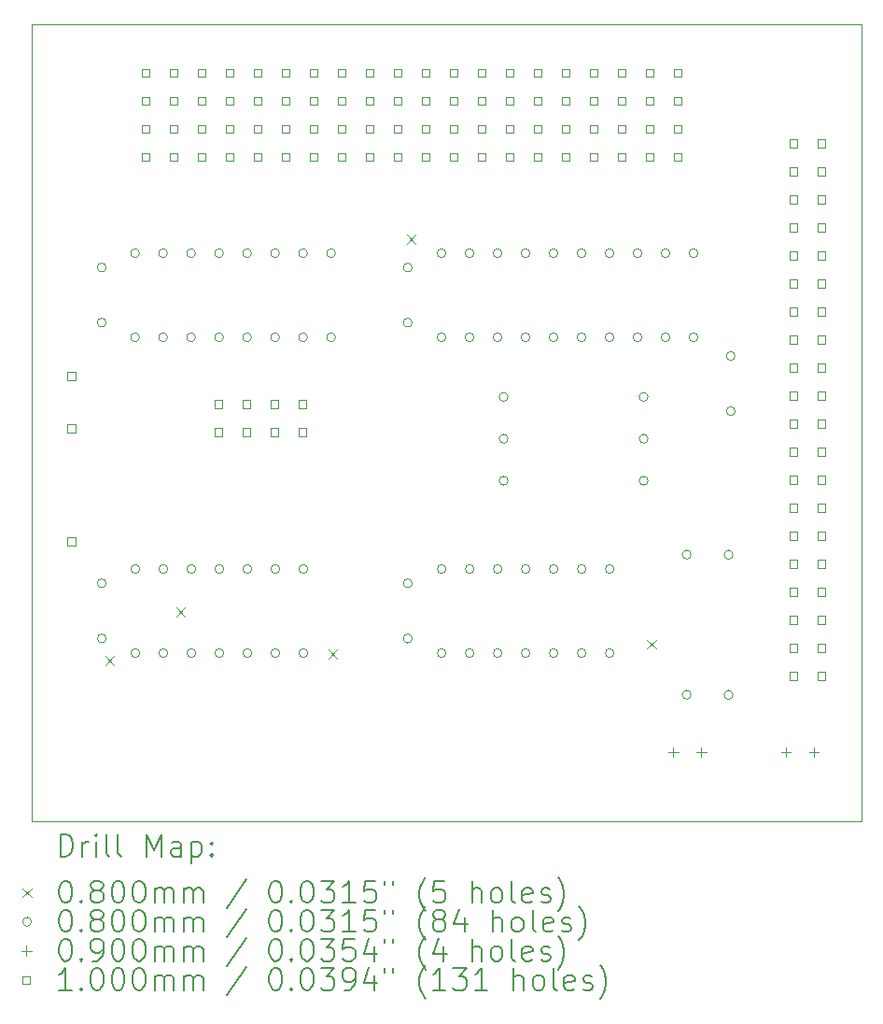
<source format=gbr>
%TF.GenerationSoftware,KiCad,Pcbnew,8.0.3*%
%TF.CreationDate,2024-07-01T23:59:26+01:00*%
%TF.ProjectId,TIMIDE,54494d49-4445-42e6-9b69-6361645f7063,rev?*%
%TF.SameCoordinates,Original*%
%TF.FileFunction,Drillmap*%
%TF.FilePolarity,Positive*%
%FSLAX45Y45*%
G04 Gerber Fmt 4.5, Leading zero omitted, Abs format (unit mm)*
G04 Created by KiCad (PCBNEW 8.0.3) date 2024-07-01 23:59:26*
%MOMM*%
%LPD*%
G01*
G04 APERTURE LIST*
%ADD10C,0.050000*%
%ADD11C,0.200000*%
%ADD12C,0.100000*%
G04 APERTURE END LIST*
D10*
X4960000Y-3785000D02*
X12490000Y-3785000D01*
X12490000Y-11010000D01*
X4960000Y-11010000D01*
X4960000Y-3785000D01*
D11*
D12*
X5624660Y-9509220D02*
X5704660Y-9589220D01*
X5704660Y-9509220D02*
X5624660Y-9589220D01*
X6270660Y-9070000D02*
X6350660Y-9150000D01*
X6350660Y-9070000D02*
X6270660Y-9150000D01*
X7650000Y-9448680D02*
X7730000Y-9528680D01*
X7730000Y-9448680D02*
X7650000Y-9528680D01*
X8360000Y-5690000D02*
X8440000Y-5770000D01*
X8440000Y-5690000D02*
X8360000Y-5770000D01*
X10540000Y-9360000D02*
X10620000Y-9440000D01*
X10620000Y-9360000D02*
X10540000Y-9440000D01*
X5634000Y-5988000D02*
G75*
G02*
X5554000Y-5988000I-40000J0D01*
G01*
X5554000Y-5988000D02*
G75*
G02*
X5634000Y-5988000I40000J0D01*
G01*
X5634000Y-6488000D02*
G75*
G02*
X5554000Y-6488000I-40000J0D01*
G01*
X5554000Y-6488000D02*
G75*
G02*
X5634000Y-6488000I40000J0D01*
G01*
X5634000Y-8850000D02*
G75*
G02*
X5554000Y-8850000I-40000J0D01*
G01*
X5554000Y-8850000D02*
G75*
G02*
X5634000Y-8850000I40000J0D01*
G01*
X5634000Y-9350000D02*
G75*
G02*
X5554000Y-9350000I-40000J0D01*
G01*
X5554000Y-9350000D02*
G75*
G02*
X5634000Y-9350000I40000J0D01*
G01*
X5936000Y-5858000D02*
G75*
G02*
X5856000Y-5858000I-40000J0D01*
G01*
X5856000Y-5858000D02*
G75*
G02*
X5936000Y-5858000I40000J0D01*
G01*
X5936000Y-6620000D02*
G75*
G02*
X5856000Y-6620000I-40000J0D01*
G01*
X5856000Y-6620000D02*
G75*
G02*
X5936000Y-6620000I40000J0D01*
G01*
X5940000Y-8720000D02*
G75*
G02*
X5860000Y-8720000I-40000J0D01*
G01*
X5860000Y-8720000D02*
G75*
G02*
X5940000Y-8720000I40000J0D01*
G01*
X5940000Y-9482000D02*
G75*
G02*
X5860000Y-9482000I-40000J0D01*
G01*
X5860000Y-9482000D02*
G75*
G02*
X5940000Y-9482000I40000J0D01*
G01*
X6190000Y-5858000D02*
G75*
G02*
X6110000Y-5858000I-40000J0D01*
G01*
X6110000Y-5858000D02*
G75*
G02*
X6190000Y-5858000I40000J0D01*
G01*
X6190000Y-6620000D02*
G75*
G02*
X6110000Y-6620000I-40000J0D01*
G01*
X6110000Y-6620000D02*
G75*
G02*
X6190000Y-6620000I40000J0D01*
G01*
X6194000Y-8720000D02*
G75*
G02*
X6114000Y-8720000I-40000J0D01*
G01*
X6114000Y-8720000D02*
G75*
G02*
X6194000Y-8720000I40000J0D01*
G01*
X6194000Y-9482000D02*
G75*
G02*
X6114000Y-9482000I-40000J0D01*
G01*
X6114000Y-9482000D02*
G75*
G02*
X6194000Y-9482000I40000J0D01*
G01*
X6444000Y-5858000D02*
G75*
G02*
X6364000Y-5858000I-40000J0D01*
G01*
X6364000Y-5858000D02*
G75*
G02*
X6444000Y-5858000I40000J0D01*
G01*
X6444000Y-6620000D02*
G75*
G02*
X6364000Y-6620000I-40000J0D01*
G01*
X6364000Y-6620000D02*
G75*
G02*
X6444000Y-6620000I40000J0D01*
G01*
X6448000Y-8720000D02*
G75*
G02*
X6368000Y-8720000I-40000J0D01*
G01*
X6368000Y-8720000D02*
G75*
G02*
X6448000Y-8720000I40000J0D01*
G01*
X6448000Y-9482000D02*
G75*
G02*
X6368000Y-9482000I-40000J0D01*
G01*
X6368000Y-9482000D02*
G75*
G02*
X6448000Y-9482000I40000J0D01*
G01*
X6698000Y-5858000D02*
G75*
G02*
X6618000Y-5858000I-40000J0D01*
G01*
X6618000Y-5858000D02*
G75*
G02*
X6698000Y-5858000I40000J0D01*
G01*
X6698000Y-6620000D02*
G75*
G02*
X6618000Y-6620000I-40000J0D01*
G01*
X6618000Y-6620000D02*
G75*
G02*
X6698000Y-6620000I40000J0D01*
G01*
X6702000Y-8720000D02*
G75*
G02*
X6622000Y-8720000I-40000J0D01*
G01*
X6622000Y-8720000D02*
G75*
G02*
X6702000Y-8720000I40000J0D01*
G01*
X6702000Y-9482000D02*
G75*
G02*
X6622000Y-9482000I-40000J0D01*
G01*
X6622000Y-9482000D02*
G75*
G02*
X6702000Y-9482000I40000J0D01*
G01*
X6952000Y-5858000D02*
G75*
G02*
X6872000Y-5858000I-40000J0D01*
G01*
X6872000Y-5858000D02*
G75*
G02*
X6952000Y-5858000I40000J0D01*
G01*
X6952000Y-6620000D02*
G75*
G02*
X6872000Y-6620000I-40000J0D01*
G01*
X6872000Y-6620000D02*
G75*
G02*
X6952000Y-6620000I40000J0D01*
G01*
X6956000Y-8720000D02*
G75*
G02*
X6876000Y-8720000I-40000J0D01*
G01*
X6876000Y-8720000D02*
G75*
G02*
X6956000Y-8720000I40000J0D01*
G01*
X6956000Y-9482000D02*
G75*
G02*
X6876000Y-9482000I-40000J0D01*
G01*
X6876000Y-9482000D02*
G75*
G02*
X6956000Y-9482000I40000J0D01*
G01*
X7206000Y-5858000D02*
G75*
G02*
X7126000Y-5858000I-40000J0D01*
G01*
X7126000Y-5858000D02*
G75*
G02*
X7206000Y-5858000I40000J0D01*
G01*
X7206000Y-6620000D02*
G75*
G02*
X7126000Y-6620000I-40000J0D01*
G01*
X7126000Y-6620000D02*
G75*
G02*
X7206000Y-6620000I40000J0D01*
G01*
X7210000Y-8720000D02*
G75*
G02*
X7130000Y-8720000I-40000J0D01*
G01*
X7130000Y-8720000D02*
G75*
G02*
X7210000Y-8720000I40000J0D01*
G01*
X7210000Y-9482000D02*
G75*
G02*
X7130000Y-9482000I-40000J0D01*
G01*
X7130000Y-9482000D02*
G75*
G02*
X7210000Y-9482000I40000J0D01*
G01*
X7460000Y-5858000D02*
G75*
G02*
X7380000Y-5858000I-40000J0D01*
G01*
X7380000Y-5858000D02*
G75*
G02*
X7460000Y-5858000I40000J0D01*
G01*
X7460000Y-6620000D02*
G75*
G02*
X7380000Y-6620000I-40000J0D01*
G01*
X7380000Y-6620000D02*
G75*
G02*
X7460000Y-6620000I40000J0D01*
G01*
X7464000Y-8720000D02*
G75*
G02*
X7384000Y-8720000I-40000J0D01*
G01*
X7384000Y-8720000D02*
G75*
G02*
X7464000Y-8720000I40000J0D01*
G01*
X7464000Y-9482000D02*
G75*
G02*
X7384000Y-9482000I-40000J0D01*
G01*
X7384000Y-9482000D02*
G75*
G02*
X7464000Y-9482000I40000J0D01*
G01*
X7714000Y-5858000D02*
G75*
G02*
X7634000Y-5858000I-40000J0D01*
G01*
X7634000Y-5858000D02*
G75*
G02*
X7714000Y-5858000I40000J0D01*
G01*
X7714000Y-6620000D02*
G75*
G02*
X7634000Y-6620000I-40000J0D01*
G01*
X7634000Y-6620000D02*
G75*
G02*
X7714000Y-6620000I40000J0D01*
G01*
X8410000Y-5988000D02*
G75*
G02*
X8330000Y-5988000I-40000J0D01*
G01*
X8330000Y-5988000D02*
G75*
G02*
X8410000Y-5988000I40000J0D01*
G01*
X8410000Y-6488000D02*
G75*
G02*
X8330000Y-6488000I-40000J0D01*
G01*
X8330000Y-6488000D02*
G75*
G02*
X8410000Y-6488000I40000J0D01*
G01*
X8410000Y-8850000D02*
G75*
G02*
X8330000Y-8850000I-40000J0D01*
G01*
X8330000Y-8850000D02*
G75*
G02*
X8410000Y-8850000I40000J0D01*
G01*
X8410000Y-9350000D02*
G75*
G02*
X8330000Y-9350000I-40000J0D01*
G01*
X8330000Y-9350000D02*
G75*
G02*
X8410000Y-9350000I40000J0D01*
G01*
X8716000Y-5858000D02*
G75*
G02*
X8636000Y-5858000I-40000J0D01*
G01*
X8636000Y-5858000D02*
G75*
G02*
X8716000Y-5858000I40000J0D01*
G01*
X8716000Y-6620000D02*
G75*
G02*
X8636000Y-6620000I-40000J0D01*
G01*
X8636000Y-6620000D02*
G75*
G02*
X8716000Y-6620000I40000J0D01*
G01*
X8718000Y-8720000D02*
G75*
G02*
X8638000Y-8720000I-40000J0D01*
G01*
X8638000Y-8720000D02*
G75*
G02*
X8718000Y-8720000I40000J0D01*
G01*
X8718000Y-9482000D02*
G75*
G02*
X8638000Y-9482000I-40000J0D01*
G01*
X8638000Y-9482000D02*
G75*
G02*
X8718000Y-9482000I40000J0D01*
G01*
X8970000Y-5858000D02*
G75*
G02*
X8890000Y-5858000I-40000J0D01*
G01*
X8890000Y-5858000D02*
G75*
G02*
X8970000Y-5858000I40000J0D01*
G01*
X8970000Y-6620000D02*
G75*
G02*
X8890000Y-6620000I-40000J0D01*
G01*
X8890000Y-6620000D02*
G75*
G02*
X8970000Y-6620000I40000J0D01*
G01*
X8972000Y-8720000D02*
G75*
G02*
X8892000Y-8720000I-40000J0D01*
G01*
X8892000Y-8720000D02*
G75*
G02*
X8972000Y-8720000I40000J0D01*
G01*
X8972000Y-9482000D02*
G75*
G02*
X8892000Y-9482000I-40000J0D01*
G01*
X8892000Y-9482000D02*
G75*
G02*
X8972000Y-9482000I40000J0D01*
G01*
X9224000Y-5858000D02*
G75*
G02*
X9144000Y-5858000I-40000J0D01*
G01*
X9144000Y-5858000D02*
G75*
G02*
X9224000Y-5858000I40000J0D01*
G01*
X9224000Y-6620000D02*
G75*
G02*
X9144000Y-6620000I-40000J0D01*
G01*
X9144000Y-6620000D02*
G75*
G02*
X9224000Y-6620000I40000J0D01*
G01*
X9226000Y-8720000D02*
G75*
G02*
X9146000Y-8720000I-40000J0D01*
G01*
X9146000Y-8720000D02*
G75*
G02*
X9226000Y-8720000I40000J0D01*
G01*
X9226000Y-9482000D02*
G75*
G02*
X9146000Y-9482000I-40000J0D01*
G01*
X9146000Y-9482000D02*
G75*
G02*
X9226000Y-9482000I40000J0D01*
G01*
X9280000Y-7160000D02*
G75*
G02*
X9200000Y-7160000I-40000J0D01*
G01*
X9200000Y-7160000D02*
G75*
G02*
X9280000Y-7160000I40000J0D01*
G01*
X9280000Y-7540000D02*
G75*
G02*
X9200000Y-7540000I-40000J0D01*
G01*
X9200000Y-7540000D02*
G75*
G02*
X9280000Y-7540000I40000J0D01*
G01*
X9280000Y-7920000D02*
G75*
G02*
X9200000Y-7920000I-40000J0D01*
G01*
X9200000Y-7920000D02*
G75*
G02*
X9280000Y-7920000I40000J0D01*
G01*
X9478000Y-5858000D02*
G75*
G02*
X9398000Y-5858000I-40000J0D01*
G01*
X9398000Y-5858000D02*
G75*
G02*
X9478000Y-5858000I40000J0D01*
G01*
X9478000Y-6620000D02*
G75*
G02*
X9398000Y-6620000I-40000J0D01*
G01*
X9398000Y-6620000D02*
G75*
G02*
X9478000Y-6620000I40000J0D01*
G01*
X9480000Y-8720000D02*
G75*
G02*
X9400000Y-8720000I-40000J0D01*
G01*
X9400000Y-8720000D02*
G75*
G02*
X9480000Y-8720000I40000J0D01*
G01*
X9480000Y-9482000D02*
G75*
G02*
X9400000Y-9482000I-40000J0D01*
G01*
X9400000Y-9482000D02*
G75*
G02*
X9480000Y-9482000I40000J0D01*
G01*
X9732000Y-5858000D02*
G75*
G02*
X9652000Y-5858000I-40000J0D01*
G01*
X9652000Y-5858000D02*
G75*
G02*
X9732000Y-5858000I40000J0D01*
G01*
X9732000Y-6620000D02*
G75*
G02*
X9652000Y-6620000I-40000J0D01*
G01*
X9652000Y-6620000D02*
G75*
G02*
X9732000Y-6620000I40000J0D01*
G01*
X9734000Y-8720000D02*
G75*
G02*
X9654000Y-8720000I-40000J0D01*
G01*
X9654000Y-8720000D02*
G75*
G02*
X9734000Y-8720000I40000J0D01*
G01*
X9734000Y-9482000D02*
G75*
G02*
X9654000Y-9482000I-40000J0D01*
G01*
X9654000Y-9482000D02*
G75*
G02*
X9734000Y-9482000I40000J0D01*
G01*
X9986000Y-5858000D02*
G75*
G02*
X9906000Y-5858000I-40000J0D01*
G01*
X9906000Y-5858000D02*
G75*
G02*
X9986000Y-5858000I40000J0D01*
G01*
X9986000Y-6620000D02*
G75*
G02*
X9906000Y-6620000I-40000J0D01*
G01*
X9906000Y-6620000D02*
G75*
G02*
X9986000Y-6620000I40000J0D01*
G01*
X9988000Y-8720000D02*
G75*
G02*
X9908000Y-8720000I-40000J0D01*
G01*
X9908000Y-8720000D02*
G75*
G02*
X9988000Y-8720000I40000J0D01*
G01*
X9988000Y-9482000D02*
G75*
G02*
X9908000Y-9482000I-40000J0D01*
G01*
X9908000Y-9482000D02*
G75*
G02*
X9988000Y-9482000I40000J0D01*
G01*
X10240000Y-5858000D02*
G75*
G02*
X10160000Y-5858000I-40000J0D01*
G01*
X10160000Y-5858000D02*
G75*
G02*
X10240000Y-5858000I40000J0D01*
G01*
X10240000Y-6620000D02*
G75*
G02*
X10160000Y-6620000I-40000J0D01*
G01*
X10160000Y-6620000D02*
G75*
G02*
X10240000Y-6620000I40000J0D01*
G01*
X10242000Y-8720000D02*
G75*
G02*
X10162000Y-8720000I-40000J0D01*
G01*
X10162000Y-8720000D02*
G75*
G02*
X10242000Y-8720000I40000J0D01*
G01*
X10242000Y-9482000D02*
G75*
G02*
X10162000Y-9482000I-40000J0D01*
G01*
X10162000Y-9482000D02*
G75*
G02*
X10242000Y-9482000I40000J0D01*
G01*
X10494000Y-5858000D02*
G75*
G02*
X10414000Y-5858000I-40000J0D01*
G01*
X10414000Y-5858000D02*
G75*
G02*
X10494000Y-5858000I40000J0D01*
G01*
X10494000Y-6620000D02*
G75*
G02*
X10414000Y-6620000I-40000J0D01*
G01*
X10414000Y-6620000D02*
G75*
G02*
X10494000Y-6620000I40000J0D01*
G01*
X10550000Y-7160000D02*
G75*
G02*
X10470000Y-7160000I-40000J0D01*
G01*
X10470000Y-7160000D02*
G75*
G02*
X10550000Y-7160000I40000J0D01*
G01*
X10550000Y-7540000D02*
G75*
G02*
X10470000Y-7540000I-40000J0D01*
G01*
X10470000Y-7540000D02*
G75*
G02*
X10550000Y-7540000I40000J0D01*
G01*
X10550000Y-7920000D02*
G75*
G02*
X10470000Y-7920000I-40000J0D01*
G01*
X10470000Y-7920000D02*
G75*
G02*
X10550000Y-7920000I40000J0D01*
G01*
X10748000Y-5858000D02*
G75*
G02*
X10668000Y-5858000I-40000J0D01*
G01*
X10668000Y-5858000D02*
G75*
G02*
X10748000Y-5858000I40000J0D01*
G01*
X10748000Y-6620000D02*
G75*
G02*
X10668000Y-6620000I-40000J0D01*
G01*
X10668000Y-6620000D02*
G75*
G02*
X10748000Y-6620000I40000J0D01*
G01*
X10940000Y-8590000D02*
G75*
G02*
X10860000Y-8590000I-40000J0D01*
G01*
X10860000Y-8590000D02*
G75*
G02*
X10940000Y-8590000I40000J0D01*
G01*
X10940000Y-9860000D02*
G75*
G02*
X10860000Y-9860000I-40000J0D01*
G01*
X10860000Y-9860000D02*
G75*
G02*
X10940000Y-9860000I40000J0D01*
G01*
X11002000Y-5858000D02*
G75*
G02*
X10922000Y-5858000I-40000J0D01*
G01*
X10922000Y-5858000D02*
G75*
G02*
X11002000Y-5858000I40000J0D01*
G01*
X11002000Y-6620000D02*
G75*
G02*
X10922000Y-6620000I-40000J0D01*
G01*
X10922000Y-6620000D02*
G75*
G02*
X11002000Y-6620000I40000J0D01*
G01*
X11320000Y-8590000D02*
G75*
G02*
X11240000Y-8590000I-40000J0D01*
G01*
X11240000Y-8590000D02*
G75*
G02*
X11320000Y-8590000I40000J0D01*
G01*
X11320000Y-9860000D02*
G75*
G02*
X11240000Y-9860000I-40000J0D01*
G01*
X11240000Y-9860000D02*
G75*
G02*
X11320000Y-9860000I40000J0D01*
G01*
X11340000Y-6790000D02*
G75*
G02*
X11260000Y-6790000I-40000J0D01*
G01*
X11260000Y-6790000D02*
G75*
G02*
X11340000Y-6790000I40000J0D01*
G01*
X11340000Y-7290000D02*
G75*
G02*
X11260000Y-7290000I-40000J0D01*
G01*
X11260000Y-7290000D02*
G75*
G02*
X11340000Y-7290000I40000J0D01*
G01*
X10780000Y-10335000D02*
X10780000Y-10425000D01*
X10735000Y-10380000D02*
X10825000Y-10380000D01*
X11034000Y-10335000D02*
X11034000Y-10425000D01*
X10989000Y-10380000D02*
X11079000Y-10380000D01*
X11800000Y-10335000D02*
X11800000Y-10425000D01*
X11755000Y-10380000D02*
X11845000Y-10380000D01*
X12054000Y-10335000D02*
X12054000Y-10425000D01*
X12009000Y-10380000D02*
X12099000Y-10380000D01*
X5355526Y-7005856D02*
X5355526Y-6935144D01*
X5284814Y-6935144D01*
X5284814Y-7005856D01*
X5355526Y-7005856D01*
X5355526Y-7480856D02*
X5355526Y-7410144D01*
X5284814Y-7410144D01*
X5284814Y-7480856D01*
X5355526Y-7480856D01*
X5355526Y-8504856D02*
X5355526Y-8434144D01*
X5284814Y-8434144D01*
X5284814Y-8504856D01*
X5355526Y-8504856D01*
X6026356Y-4260356D02*
X6026356Y-4189644D01*
X5955644Y-4189644D01*
X5955644Y-4260356D01*
X6026356Y-4260356D01*
X6026356Y-4514356D02*
X6026356Y-4443644D01*
X5955644Y-4443644D01*
X5955644Y-4514356D01*
X6026356Y-4514356D01*
X6026956Y-4769256D02*
X6026956Y-4698544D01*
X5956244Y-4698544D01*
X5956244Y-4769256D01*
X6026956Y-4769256D01*
X6026956Y-5023256D02*
X6026956Y-4952544D01*
X5956244Y-4952544D01*
X5956244Y-5023256D01*
X6026956Y-5023256D01*
X6280356Y-4260356D02*
X6280356Y-4189644D01*
X6209644Y-4189644D01*
X6209644Y-4260356D01*
X6280356Y-4260356D01*
X6280356Y-4514356D02*
X6280356Y-4443644D01*
X6209644Y-4443644D01*
X6209644Y-4514356D01*
X6280356Y-4514356D01*
X6280956Y-4769256D02*
X6280956Y-4698544D01*
X6210244Y-4698544D01*
X6210244Y-4769256D01*
X6280956Y-4769256D01*
X6280956Y-5023256D02*
X6280956Y-4952544D01*
X6210244Y-4952544D01*
X6210244Y-5023256D01*
X6280956Y-5023256D01*
X6534356Y-4260356D02*
X6534356Y-4189644D01*
X6463644Y-4189644D01*
X6463644Y-4260356D01*
X6534356Y-4260356D01*
X6534356Y-4514356D02*
X6534356Y-4443644D01*
X6463644Y-4443644D01*
X6463644Y-4514356D01*
X6534356Y-4514356D01*
X6534956Y-4769256D02*
X6534956Y-4698544D01*
X6464244Y-4698544D01*
X6464244Y-4769256D01*
X6534956Y-4769256D01*
X6534956Y-5023256D02*
X6534956Y-4952544D01*
X6464244Y-4952544D01*
X6464244Y-5023256D01*
X6534956Y-5023256D01*
X6687356Y-7261356D02*
X6687356Y-7190644D01*
X6616644Y-7190644D01*
X6616644Y-7261356D01*
X6687356Y-7261356D01*
X6687356Y-7515356D02*
X6687356Y-7444644D01*
X6616644Y-7444644D01*
X6616644Y-7515356D01*
X6687356Y-7515356D01*
X6788356Y-4260356D02*
X6788356Y-4189644D01*
X6717644Y-4189644D01*
X6717644Y-4260356D01*
X6788356Y-4260356D01*
X6788356Y-4514356D02*
X6788356Y-4443644D01*
X6717644Y-4443644D01*
X6717644Y-4514356D01*
X6788356Y-4514356D01*
X6788956Y-4769256D02*
X6788956Y-4698544D01*
X6718244Y-4698544D01*
X6718244Y-4769256D01*
X6788956Y-4769256D01*
X6788956Y-5023256D02*
X6788956Y-4952544D01*
X6718244Y-4952544D01*
X6718244Y-5023256D01*
X6788956Y-5023256D01*
X6941356Y-7261356D02*
X6941356Y-7190644D01*
X6870644Y-7190644D01*
X6870644Y-7261356D01*
X6941356Y-7261356D01*
X6941356Y-7515356D02*
X6941356Y-7444644D01*
X6870644Y-7444644D01*
X6870644Y-7515356D01*
X6941356Y-7515356D01*
X7042356Y-4260356D02*
X7042356Y-4189644D01*
X6971644Y-4189644D01*
X6971644Y-4260356D01*
X7042356Y-4260356D01*
X7042356Y-4514356D02*
X7042356Y-4443644D01*
X6971644Y-4443644D01*
X6971644Y-4514356D01*
X7042356Y-4514356D01*
X7042956Y-4769256D02*
X7042956Y-4698544D01*
X6972244Y-4698544D01*
X6972244Y-4769256D01*
X7042956Y-4769256D01*
X7042956Y-5023256D02*
X7042956Y-4952544D01*
X6972244Y-4952544D01*
X6972244Y-5023256D01*
X7042956Y-5023256D01*
X7195356Y-7261356D02*
X7195356Y-7190644D01*
X7124644Y-7190644D01*
X7124644Y-7261356D01*
X7195356Y-7261356D01*
X7195356Y-7515356D02*
X7195356Y-7444644D01*
X7124644Y-7444644D01*
X7124644Y-7515356D01*
X7195356Y-7515356D01*
X7296356Y-4260356D02*
X7296356Y-4189644D01*
X7225644Y-4189644D01*
X7225644Y-4260356D01*
X7296356Y-4260356D01*
X7296356Y-4514356D02*
X7296356Y-4443644D01*
X7225644Y-4443644D01*
X7225644Y-4514356D01*
X7296356Y-4514356D01*
X7296956Y-4769256D02*
X7296956Y-4698544D01*
X7226244Y-4698544D01*
X7226244Y-4769256D01*
X7296956Y-4769256D01*
X7296956Y-5023256D02*
X7296956Y-4952544D01*
X7226244Y-4952544D01*
X7226244Y-5023256D01*
X7296956Y-5023256D01*
X7449356Y-7261356D02*
X7449356Y-7190644D01*
X7378644Y-7190644D01*
X7378644Y-7261356D01*
X7449356Y-7261356D01*
X7449356Y-7515356D02*
X7449356Y-7444644D01*
X7378644Y-7444644D01*
X7378644Y-7515356D01*
X7449356Y-7515356D01*
X7550356Y-4260356D02*
X7550356Y-4189644D01*
X7479644Y-4189644D01*
X7479644Y-4260356D01*
X7550356Y-4260356D01*
X7550356Y-4514356D02*
X7550356Y-4443644D01*
X7479644Y-4443644D01*
X7479644Y-4514356D01*
X7550356Y-4514356D01*
X7550956Y-4769256D02*
X7550956Y-4698544D01*
X7480244Y-4698544D01*
X7480244Y-4769256D01*
X7550956Y-4769256D01*
X7550956Y-5023256D02*
X7550956Y-4952544D01*
X7480244Y-4952544D01*
X7480244Y-5023256D01*
X7550956Y-5023256D01*
X7804356Y-4260356D02*
X7804356Y-4189644D01*
X7733644Y-4189644D01*
X7733644Y-4260356D01*
X7804356Y-4260356D01*
X7804356Y-4514356D02*
X7804356Y-4443644D01*
X7733644Y-4443644D01*
X7733644Y-4514356D01*
X7804356Y-4514356D01*
X7804956Y-4769256D02*
X7804956Y-4698544D01*
X7734244Y-4698544D01*
X7734244Y-4769256D01*
X7804956Y-4769256D01*
X7804956Y-5023256D02*
X7804956Y-4952544D01*
X7734244Y-4952544D01*
X7734244Y-5023256D01*
X7804956Y-5023256D01*
X8058356Y-4260356D02*
X8058356Y-4189644D01*
X7987644Y-4189644D01*
X7987644Y-4260356D01*
X8058356Y-4260356D01*
X8058356Y-4514356D02*
X8058356Y-4443644D01*
X7987644Y-4443644D01*
X7987644Y-4514356D01*
X8058356Y-4514356D01*
X8058956Y-4769256D02*
X8058956Y-4698544D01*
X7988244Y-4698544D01*
X7988244Y-4769256D01*
X8058956Y-4769256D01*
X8058956Y-5023256D02*
X8058956Y-4952544D01*
X7988244Y-4952544D01*
X7988244Y-5023256D01*
X8058956Y-5023256D01*
X8312356Y-4260356D02*
X8312356Y-4189644D01*
X8241644Y-4189644D01*
X8241644Y-4260356D01*
X8312356Y-4260356D01*
X8312356Y-4514356D02*
X8312356Y-4443644D01*
X8241644Y-4443644D01*
X8241644Y-4514356D01*
X8312356Y-4514356D01*
X8312956Y-4769256D02*
X8312956Y-4698544D01*
X8242244Y-4698544D01*
X8242244Y-4769256D01*
X8312956Y-4769256D01*
X8312956Y-5023256D02*
X8312956Y-4952544D01*
X8242244Y-4952544D01*
X8242244Y-5023256D01*
X8312956Y-5023256D01*
X8566356Y-4260356D02*
X8566356Y-4189644D01*
X8495644Y-4189644D01*
X8495644Y-4260356D01*
X8566356Y-4260356D01*
X8566356Y-4514356D02*
X8566356Y-4443644D01*
X8495644Y-4443644D01*
X8495644Y-4514356D01*
X8566356Y-4514356D01*
X8566956Y-4769256D02*
X8566956Y-4698544D01*
X8496244Y-4698544D01*
X8496244Y-4769256D01*
X8566956Y-4769256D01*
X8566956Y-5023256D02*
X8566956Y-4952544D01*
X8496244Y-4952544D01*
X8496244Y-5023256D01*
X8566956Y-5023256D01*
X8820356Y-4260356D02*
X8820356Y-4189644D01*
X8749644Y-4189644D01*
X8749644Y-4260356D01*
X8820356Y-4260356D01*
X8820356Y-4514356D02*
X8820356Y-4443644D01*
X8749644Y-4443644D01*
X8749644Y-4514356D01*
X8820356Y-4514356D01*
X8820956Y-4769256D02*
X8820956Y-4698544D01*
X8750244Y-4698544D01*
X8750244Y-4769256D01*
X8820956Y-4769256D01*
X8820956Y-5023256D02*
X8820956Y-4952544D01*
X8750244Y-4952544D01*
X8750244Y-5023256D01*
X8820956Y-5023256D01*
X9074356Y-4260356D02*
X9074356Y-4189644D01*
X9003644Y-4189644D01*
X9003644Y-4260356D01*
X9074356Y-4260356D01*
X9074356Y-4514356D02*
X9074356Y-4443644D01*
X9003644Y-4443644D01*
X9003644Y-4514356D01*
X9074356Y-4514356D01*
X9074956Y-4769256D02*
X9074956Y-4698544D01*
X9004244Y-4698544D01*
X9004244Y-4769256D01*
X9074956Y-4769256D01*
X9074956Y-5023256D02*
X9074956Y-4952544D01*
X9004244Y-4952544D01*
X9004244Y-5023256D01*
X9074956Y-5023256D01*
X9328356Y-4260356D02*
X9328356Y-4189644D01*
X9257644Y-4189644D01*
X9257644Y-4260356D01*
X9328356Y-4260356D01*
X9328356Y-4514356D02*
X9328356Y-4443644D01*
X9257644Y-4443644D01*
X9257644Y-4514356D01*
X9328356Y-4514356D01*
X9328956Y-4769256D02*
X9328956Y-4698544D01*
X9258244Y-4698544D01*
X9258244Y-4769256D01*
X9328956Y-4769256D01*
X9328956Y-5023256D02*
X9328956Y-4952544D01*
X9258244Y-4952544D01*
X9258244Y-5023256D01*
X9328956Y-5023256D01*
X9582356Y-4260356D02*
X9582356Y-4189644D01*
X9511644Y-4189644D01*
X9511644Y-4260356D01*
X9582356Y-4260356D01*
X9582356Y-4514356D02*
X9582356Y-4443644D01*
X9511644Y-4443644D01*
X9511644Y-4514356D01*
X9582356Y-4514356D01*
X9582956Y-4769256D02*
X9582956Y-4698544D01*
X9512244Y-4698544D01*
X9512244Y-4769256D01*
X9582956Y-4769256D01*
X9582956Y-5023256D02*
X9582956Y-4952544D01*
X9512244Y-4952544D01*
X9512244Y-5023256D01*
X9582956Y-5023256D01*
X9836356Y-4260356D02*
X9836356Y-4189644D01*
X9765644Y-4189644D01*
X9765644Y-4260356D01*
X9836356Y-4260356D01*
X9836356Y-4514356D02*
X9836356Y-4443644D01*
X9765644Y-4443644D01*
X9765644Y-4514356D01*
X9836356Y-4514356D01*
X9836956Y-4769256D02*
X9836956Y-4698544D01*
X9766244Y-4698544D01*
X9766244Y-4769256D01*
X9836956Y-4769256D01*
X9836956Y-5023256D02*
X9836956Y-4952544D01*
X9766244Y-4952544D01*
X9766244Y-5023256D01*
X9836956Y-5023256D01*
X10090356Y-4260356D02*
X10090356Y-4189644D01*
X10019644Y-4189644D01*
X10019644Y-4260356D01*
X10090356Y-4260356D01*
X10090356Y-4514356D02*
X10090356Y-4443644D01*
X10019644Y-4443644D01*
X10019644Y-4514356D01*
X10090356Y-4514356D01*
X10090956Y-4769256D02*
X10090956Y-4698544D01*
X10020244Y-4698544D01*
X10020244Y-4769256D01*
X10090956Y-4769256D01*
X10090956Y-5023256D02*
X10090956Y-4952544D01*
X10020244Y-4952544D01*
X10020244Y-5023256D01*
X10090956Y-5023256D01*
X10344356Y-4260356D02*
X10344356Y-4189644D01*
X10273644Y-4189644D01*
X10273644Y-4260356D01*
X10344356Y-4260356D01*
X10344356Y-4514356D02*
X10344356Y-4443644D01*
X10273644Y-4443644D01*
X10273644Y-4514356D01*
X10344356Y-4514356D01*
X10344956Y-4769256D02*
X10344956Y-4698544D01*
X10274244Y-4698544D01*
X10274244Y-4769256D01*
X10344956Y-4769256D01*
X10344956Y-5023256D02*
X10344956Y-4952544D01*
X10274244Y-4952544D01*
X10274244Y-5023256D01*
X10344956Y-5023256D01*
X10598356Y-4260356D02*
X10598356Y-4189644D01*
X10527644Y-4189644D01*
X10527644Y-4260356D01*
X10598356Y-4260356D01*
X10598356Y-4514356D02*
X10598356Y-4443644D01*
X10527644Y-4443644D01*
X10527644Y-4514356D01*
X10598356Y-4514356D01*
X10598956Y-4769256D02*
X10598956Y-4698544D01*
X10528244Y-4698544D01*
X10528244Y-4769256D01*
X10598956Y-4769256D01*
X10598956Y-5023256D02*
X10598956Y-4952544D01*
X10528244Y-4952544D01*
X10528244Y-5023256D01*
X10598956Y-5023256D01*
X10852356Y-4260356D02*
X10852356Y-4189644D01*
X10781644Y-4189644D01*
X10781644Y-4260356D01*
X10852356Y-4260356D01*
X10852356Y-4514356D02*
X10852356Y-4443644D01*
X10781644Y-4443644D01*
X10781644Y-4514356D01*
X10852356Y-4514356D01*
X10852956Y-4769256D02*
X10852956Y-4698544D01*
X10782244Y-4698544D01*
X10782244Y-4769256D01*
X10852956Y-4769256D01*
X10852956Y-5023256D02*
X10852956Y-4952544D01*
X10782244Y-4952544D01*
X10782244Y-5023256D01*
X10852956Y-5023256D01*
X11901356Y-4899356D02*
X11901356Y-4828644D01*
X11830644Y-4828644D01*
X11830644Y-4899356D01*
X11901356Y-4899356D01*
X11901356Y-5153356D02*
X11901356Y-5082644D01*
X11830644Y-5082644D01*
X11830644Y-5153356D01*
X11901356Y-5153356D01*
X11901356Y-5407356D02*
X11901356Y-5336644D01*
X11830644Y-5336644D01*
X11830644Y-5407356D01*
X11901356Y-5407356D01*
X11901356Y-5661356D02*
X11901356Y-5590644D01*
X11830644Y-5590644D01*
X11830644Y-5661356D01*
X11901356Y-5661356D01*
X11901356Y-5915356D02*
X11901356Y-5844644D01*
X11830644Y-5844644D01*
X11830644Y-5915356D01*
X11901356Y-5915356D01*
X11901356Y-6169356D02*
X11901356Y-6098644D01*
X11830644Y-6098644D01*
X11830644Y-6169356D01*
X11901356Y-6169356D01*
X11901356Y-6423356D02*
X11901356Y-6352644D01*
X11830644Y-6352644D01*
X11830644Y-6423356D01*
X11901356Y-6423356D01*
X11901356Y-6677356D02*
X11901356Y-6606644D01*
X11830644Y-6606644D01*
X11830644Y-6677356D01*
X11901356Y-6677356D01*
X11901356Y-6931356D02*
X11901356Y-6860644D01*
X11830644Y-6860644D01*
X11830644Y-6931356D01*
X11901356Y-6931356D01*
X11901356Y-7185356D02*
X11901356Y-7114644D01*
X11830644Y-7114644D01*
X11830644Y-7185356D01*
X11901356Y-7185356D01*
X11901356Y-7439356D02*
X11901356Y-7368644D01*
X11830644Y-7368644D01*
X11830644Y-7439356D01*
X11901356Y-7439356D01*
X11901356Y-7693356D02*
X11901356Y-7622644D01*
X11830644Y-7622644D01*
X11830644Y-7693356D01*
X11901356Y-7693356D01*
X11901356Y-7947356D02*
X11901356Y-7876644D01*
X11830644Y-7876644D01*
X11830644Y-7947356D01*
X11901356Y-7947356D01*
X11901356Y-8201356D02*
X11901356Y-8130644D01*
X11830644Y-8130644D01*
X11830644Y-8201356D01*
X11901356Y-8201356D01*
X11901356Y-8455356D02*
X11901356Y-8384644D01*
X11830644Y-8384644D01*
X11830644Y-8455356D01*
X11901356Y-8455356D01*
X11901356Y-8709356D02*
X11901356Y-8638644D01*
X11830644Y-8638644D01*
X11830644Y-8709356D01*
X11901356Y-8709356D01*
X11901356Y-8963356D02*
X11901356Y-8892644D01*
X11830644Y-8892644D01*
X11830644Y-8963356D01*
X11901356Y-8963356D01*
X11901356Y-9217356D02*
X11901356Y-9146644D01*
X11830644Y-9146644D01*
X11830644Y-9217356D01*
X11901356Y-9217356D01*
X11901356Y-9471356D02*
X11901356Y-9400644D01*
X11830644Y-9400644D01*
X11830644Y-9471356D01*
X11901356Y-9471356D01*
X11901356Y-9725356D02*
X11901356Y-9654644D01*
X11830644Y-9654644D01*
X11830644Y-9725356D01*
X11901356Y-9725356D01*
X12155356Y-4899356D02*
X12155356Y-4828644D01*
X12084644Y-4828644D01*
X12084644Y-4899356D01*
X12155356Y-4899356D01*
X12155356Y-5153356D02*
X12155356Y-5082644D01*
X12084644Y-5082644D01*
X12084644Y-5153356D01*
X12155356Y-5153356D01*
X12155356Y-5407356D02*
X12155356Y-5336644D01*
X12084644Y-5336644D01*
X12084644Y-5407356D01*
X12155356Y-5407356D01*
X12155356Y-5661356D02*
X12155356Y-5590644D01*
X12084644Y-5590644D01*
X12084644Y-5661356D01*
X12155356Y-5661356D01*
X12155356Y-5915356D02*
X12155356Y-5844644D01*
X12084644Y-5844644D01*
X12084644Y-5915356D01*
X12155356Y-5915356D01*
X12155356Y-6169356D02*
X12155356Y-6098644D01*
X12084644Y-6098644D01*
X12084644Y-6169356D01*
X12155356Y-6169356D01*
X12155356Y-6423356D02*
X12155356Y-6352644D01*
X12084644Y-6352644D01*
X12084644Y-6423356D01*
X12155356Y-6423356D01*
X12155356Y-6677356D02*
X12155356Y-6606644D01*
X12084644Y-6606644D01*
X12084644Y-6677356D01*
X12155356Y-6677356D01*
X12155356Y-6931356D02*
X12155356Y-6860644D01*
X12084644Y-6860644D01*
X12084644Y-6931356D01*
X12155356Y-6931356D01*
X12155356Y-7185356D02*
X12155356Y-7114644D01*
X12084644Y-7114644D01*
X12084644Y-7185356D01*
X12155356Y-7185356D01*
X12155356Y-7439356D02*
X12155356Y-7368644D01*
X12084644Y-7368644D01*
X12084644Y-7439356D01*
X12155356Y-7439356D01*
X12155356Y-7693356D02*
X12155356Y-7622644D01*
X12084644Y-7622644D01*
X12084644Y-7693356D01*
X12155356Y-7693356D01*
X12155356Y-7947356D02*
X12155356Y-7876644D01*
X12084644Y-7876644D01*
X12084644Y-7947356D01*
X12155356Y-7947356D01*
X12155356Y-8201356D02*
X12155356Y-8130644D01*
X12084644Y-8130644D01*
X12084644Y-8201356D01*
X12155356Y-8201356D01*
X12155356Y-8455356D02*
X12155356Y-8384644D01*
X12084644Y-8384644D01*
X12084644Y-8455356D01*
X12155356Y-8455356D01*
X12155356Y-8709356D02*
X12155356Y-8638644D01*
X12084644Y-8638644D01*
X12084644Y-8709356D01*
X12155356Y-8709356D01*
X12155356Y-8963356D02*
X12155356Y-8892644D01*
X12084644Y-8892644D01*
X12084644Y-8963356D01*
X12155356Y-8963356D01*
X12155356Y-9217356D02*
X12155356Y-9146644D01*
X12084644Y-9146644D01*
X12084644Y-9217356D01*
X12155356Y-9217356D01*
X12155356Y-9471356D02*
X12155356Y-9400644D01*
X12084644Y-9400644D01*
X12084644Y-9471356D01*
X12155356Y-9471356D01*
X12155356Y-9725356D02*
X12155356Y-9654644D01*
X12084644Y-9654644D01*
X12084644Y-9725356D01*
X12155356Y-9725356D01*
D11*
X5218277Y-11323984D02*
X5218277Y-11123984D01*
X5218277Y-11123984D02*
X5265896Y-11123984D01*
X5265896Y-11123984D02*
X5294467Y-11133508D01*
X5294467Y-11133508D02*
X5313515Y-11152555D01*
X5313515Y-11152555D02*
X5323039Y-11171603D01*
X5323039Y-11171603D02*
X5332563Y-11209698D01*
X5332563Y-11209698D02*
X5332563Y-11238269D01*
X5332563Y-11238269D02*
X5323039Y-11276365D01*
X5323039Y-11276365D02*
X5313515Y-11295412D01*
X5313515Y-11295412D02*
X5294467Y-11314460D01*
X5294467Y-11314460D02*
X5265896Y-11323984D01*
X5265896Y-11323984D02*
X5218277Y-11323984D01*
X5418277Y-11323984D02*
X5418277Y-11190650D01*
X5418277Y-11228746D02*
X5427801Y-11209698D01*
X5427801Y-11209698D02*
X5437324Y-11200174D01*
X5437324Y-11200174D02*
X5456372Y-11190650D01*
X5456372Y-11190650D02*
X5475420Y-11190650D01*
X5542086Y-11323984D02*
X5542086Y-11190650D01*
X5542086Y-11123984D02*
X5532563Y-11133508D01*
X5532563Y-11133508D02*
X5542086Y-11143031D01*
X5542086Y-11143031D02*
X5551610Y-11133508D01*
X5551610Y-11133508D02*
X5542086Y-11123984D01*
X5542086Y-11123984D02*
X5542086Y-11143031D01*
X5665896Y-11323984D02*
X5646848Y-11314460D01*
X5646848Y-11314460D02*
X5637324Y-11295412D01*
X5637324Y-11295412D02*
X5637324Y-11123984D01*
X5770658Y-11323984D02*
X5751610Y-11314460D01*
X5751610Y-11314460D02*
X5742086Y-11295412D01*
X5742086Y-11295412D02*
X5742086Y-11123984D01*
X5999229Y-11323984D02*
X5999229Y-11123984D01*
X5999229Y-11123984D02*
X6065896Y-11266841D01*
X6065896Y-11266841D02*
X6132562Y-11123984D01*
X6132562Y-11123984D02*
X6132562Y-11323984D01*
X6313515Y-11323984D02*
X6313515Y-11219222D01*
X6313515Y-11219222D02*
X6303991Y-11200174D01*
X6303991Y-11200174D02*
X6284943Y-11190650D01*
X6284943Y-11190650D02*
X6246848Y-11190650D01*
X6246848Y-11190650D02*
X6227801Y-11200174D01*
X6313515Y-11314460D02*
X6294467Y-11323984D01*
X6294467Y-11323984D02*
X6246848Y-11323984D01*
X6246848Y-11323984D02*
X6227801Y-11314460D01*
X6227801Y-11314460D02*
X6218277Y-11295412D01*
X6218277Y-11295412D02*
X6218277Y-11276365D01*
X6218277Y-11276365D02*
X6227801Y-11257317D01*
X6227801Y-11257317D02*
X6246848Y-11247793D01*
X6246848Y-11247793D02*
X6294467Y-11247793D01*
X6294467Y-11247793D02*
X6313515Y-11238269D01*
X6408753Y-11190650D02*
X6408753Y-11390650D01*
X6408753Y-11200174D02*
X6427801Y-11190650D01*
X6427801Y-11190650D02*
X6465896Y-11190650D01*
X6465896Y-11190650D02*
X6484943Y-11200174D01*
X6484943Y-11200174D02*
X6494467Y-11209698D01*
X6494467Y-11209698D02*
X6503991Y-11228746D01*
X6503991Y-11228746D02*
X6503991Y-11285888D01*
X6503991Y-11285888D02*
X6494467Y-11304936D01*
X6494467Y-11304936D02*
X6484943Y-11314460D01*
X6484943Y-11314460D02*
X6465896Y-11323984D01*
X6465896Y-11323984D02*
X6427801Y-11323984D01*
X6427801Y-11323984D02*
X6408753Y-11314460D01*
X6589705Y-11304936D02*
X6599229Y-11314460D01*
X6599229Y-11314460D02*
X6589705Y-11323984D01*
X6589705Y-11323984D02*
X6580182Y-11314460D01*
X6580182Y-11314460D02*
X6589705Y-11304936D01*
X6589705Y-11304936D02*
X6589705Y-11323984D01*
X6589705Y-11200174D02*
X6599229Y-11209698D01*
X6599229Y-11209698D02*
X6589705Y-11219222D01*
X6589705Y-11219222D02*
X6580182Y-11209698D01*
X6580182Y-11209698D02*
X6589705Y-11200174D01*
X6589705Y-11200174D02*
X6589705Y-11219222D01*
D12*
X4877500Y-11612500D02*
X4957500Y-11692500D01*
X4957500Y-11612500D02*
X4877500Y-11692500D01*
D11*
X5256372Y-11543984D02*
X5275420Y-11543984D01*
X5275420Y-11543984D02*
X5294467Y-11553508D01*
X5294467Y-11553508D02*
X5303991Y-11563031D01*
X5303991Y-11563031D02*
X5313515Y-11582079D01*
X5313515Y-11582079D02*
X5323039Y-11620174D01*
X5323039Y-11620174D02*
X5323039Y-11667793D01*
X5323039Y-11667793D02*
X5313515Y-11705888D01*
X5313515Y-11705888D02*
X5303991Y-11724936D01*
X5303991Y-11724936D02*
X5294467Y-11734460D01*
X5294467Y-11734460D02*
X5275420Y-11743984D01*
X5275420Y-11743984D02*
X5256372Y-11743984D01*
X5256372Y-11743984D02*
X5237324Y-11734460D01*
X5237324Y-11734460D02*
X5227801Y-11724936D01*
X5227801Y-11724936D02*
X5218277Y-11705888D01*
X5218277Y-11705888D02*
X5208753Y-11667793D01*
X5208753Y-11667793D02*
X5208753Y-11620174D01*
X5208753Y-11620174D02*
X5218277Y-11582079D01*
X5218277Y-11582079D02*
X5227801Y-11563031D01*
X5227801Y-11563031D02*
X5237324Y-11553508D01*
X5237324Y-11553508D02*
X5256372Y-11543984D01*
X5408753Y-11724936D02*
X5418277Y-11734460D01*
X5418277Y-11734460D02*
X5408753Y-11743984D01*
X5408753Y-11743984D02*
X5399229Y-11734460D01*
X5399229Y-11734460D02*
X5408753Y-11724936D01*
X5408753Y-11724936D02*
X5408753Y-11743984D01*
X5532563Y-11629698D02*
X5513515Y-11620174D01*
X5513515Y-11620174D02*
X5503991Y-11610650D01*
X5503991Y-11610650D02*
X5494467Y-11591603D01*
X5494467Y-11591603D02*
X5494467Y-11582079D01*
X5494467Y-11582079D02*
X5503991Y-11563031D01*
X5503991Y-11563031D02*
X5513515Y-11553508D01*
X5513515Y-11553508D02*
X5532563Y-11543984D01*
X5532563Y-11543984D02*
X5570658Y-11543984D01*
X5570658Y-11543984D02*
X5589705Y-11553508D01*
X5589705Y-11553508D02*
X5599229Y-11563031D01*
X5599229Y-11563031D02*
X5608753Y-11582079D01*
X5608753Y-11582079D02*
X5608753Y-11591603D01*
X5608753Y-11591603D02*
X5599229Y-11610650D01*
X5599229Y-11610650D02*
X5589705Y-11620174D01*
X5589705Y-11620174D02*
X5570658Y-11629698D01*
X5570658Y-11629698D02*
X5532563Y-11629698D01*
X5532563Y-11629698D02*
X5513515Y-11639222D01*
X5513515Y-11639222D02*
X5503991Y-11648746D01*
X5503991Y-11648746D02*
X5494467Y-11667793D01*
X5494467Y-11667793D02*
X5494467Y-11705888D01*
X5494467Y-11705888D02*
X5503991Y-11724936D01*
X5503991Y-11724936D02*
X5513515Y-11734460D01*
X5513515Y-11734460D02*
X5532563Y-11743984D01*
X5532563Y-11743984D02*
X5570658Y-11743984D01*
X5570658Y-11743984D02*
X5589705Y-11734460D01*
X5589705Y-11734460D02*
X5599229Y-11724936D01*
X5599229Y-11724936D02*
X5608753Y-11705888D01*
X5608753Y-11705888D02*
X5608753Y-11667793D01*
X5608753Y-11667793D02*
X5599229Y-11648746D01*
X5599229Y-11648746D02*
X5589705Y-11639222D01*
X5589705Y-11639222D02*
X5570658Y-11629698D01*
X5732562Y-11543984D02*
X5751610Y-11543984D01*
X5751610Y-11543984D02*
X5770658Y-11553508D01*
X5770658Y-11553508D02*
X5780182Y-11563031D01*
X5780182Y-11563031D02*
X5789705Y-11582079D01*
X5789705Y-11582079D02*
X5799229Y-11620174D01*
X5799229Y-11620174D02*
X5799229Y-11667793D01*
X5799229Y-11667793D02*
X5789705Y-11705888D01*
X5789705Y-11705888D02*
X5780182Y-11724936D01*
X5780182Y-11724936D02*
X5770658Y-11734460D01*
X5770658Y-11734460D02*
X5751610Y-11743984D01*
X5751610Y-11743984D02*
X5732562Y-11743984D01*
X5732562Y-11743984D02*
X5713515Y-11734460D01*
X5713515Y-11734460D02*
X5703991Y-11724936D01*
X5703991Y-11724936D02*
X5694467Y-11705888D01*
X5694467Y-11705888D02*
X5684943Y-11667793D01*
X5684943Y-11667793D02*
X5684943Y-11620174D01*
X5684943Y-11620174D02*
X5694467Y-11582079D01*
X5694467Y-11582079D02*
X5703991Y-11563031D01*
X5703991Y-11563031D02*
X5713515Y-11553508D01*
X5713515Y-11553508D02*
X5732562Y-11543984D01*
X5923039Y-11543984D02*
X5942086Y-11543984D01*
X5942086Y-11543984D02*
X5961134Y-11553508D01*
X5961134Y-11553508D02*
X5970658Y-11563031D01*
X5970658Y-11563031D02*
X5980182Y-11582079D01*
X5980182Y-11582079D02*
X5989705Y-11620174D01*
X5989705Y-11620174D02*
X5989705Y-11667793D01*
X5989705Y-11667793D02*
X5980182Y-11705888D01*
X5980182Y-11705888D02*
X5970658Y-11724936D01*
X5970658Y-11724936D02*
X5961134Y-11734460D01*
X5961134Y-11734460D02*
X5942086Y-11743984D01*
X5942086Y-11743984D02*
X5923039Y-11743984D01*
X5923039Y-11743984D02*
X5903991Y-11734460D01*
X5903991Y-11734460D02*
X5894467Y-11724936D01*
X5894467Y-11724936D02*
X5884943Y-11705888D01*
X5884943Y-11705888D02*
X5875420Y-11667793D01*
X5875420Y-11667793D02*
X5875420Y-11620174D01*
X5875420Y-11620174D02*
X5884943Y-11582079D01*
X5884943Y-11582079D02*
X5894467Y-11563031D01*
X5894467Y-11563031D02*
X5903991Y-11553508D01*
X5903991Y-11553508D02*
X5923039Y-11543984D01*
X6075420Y-11743984D02*
X6075420Y-11610650D01*
X6075420Y-11629698D02*
X6084943Y-11620174D01*
X6084943Y-11620174D02*
X6103991Y-11610650D01*
X6103991Y-11610650D02*
X6132563Y-11610650D01*
X6132563Y-11610650D02*
X6151610Y-11620174D01*
X6151610Y-11620174D02*
X6161134Y-11639222D01*
X6161134Y-11639222D02*
X6161134Y-11743984D01*
X6161134Y-11639222D02*
X6170658Y-11620174D01*
X6170658Y-11620174D02*
X6189705Y-11610650D01*
X6189705Y-11610650D02*
X6218277Y-11610650D01*
X6218277Y-11610650D02*
X6237324Y-11620174D01*
X6237324Y-11620174D02*
X6246848Y-11639222D01*
X6246848Y-11639222D02*
X6246848Y-11743984D01*
X6342086Y-11743984D02*
X6342086Y-11610650D01*
X6342086Y-11629698D02*
X6351610Y-11620174D01*
X6351610Y-11620174D02*
X6370658Y-11610650D01*
X6370658Y-11610650D02*
X6399229Y-11610650D01*
X6399229Y-11610650D02*
X6418277Y-11620174D01*
X6418277Y-11620174D02*
X6427801Y-11639222D01*
X6427801Y-11639222D02*
X6427801Y-11743984D01*
X6427801Y-11639222D02*
X6437324Y-11620174D01*
X6437324Y-11620174D02*
X6456372Y-11610650D01*
X6456372Y-11610650D02*
X6484943Y-11610650D01*
X6484943Y-11610650D02*
X6503991Y-11620174D01*
X6503991Y-11620174D02*
X6513515Y-11639222D01*
X6513515Y-11639222D02*
X6513515Y-11743984D01*
X6903991Y-11534460D02*
X6732563Y-11791603D01*
X7161134Y-11543984D02*
X7180182Y-11543984D01*
X7180182Y-11543984D02*
X7199229Y-11553508D01*
X7199229Y-11553508D02*
X7208753Y-11563031D01*
X7208753Y-11563031D02*
X7218277Y-11582079D01*
X7218277Y-11582079D02*
X7227801Y-11620174D01*
X7227801Y-11620174D02*
X7227801Y-11667793D01*
X7227801Y-11667793D02*
X7218277Y-11705888D01*
X7218277Y-11705888D02*
X7208753Y-11724936D01*
X7208753Y-11724936D02*
X7199229Y-11734460D01*
X7199229Y-11734460D02*
X7180182Y-11743984D01*
X7180182Y-11743984D02*
X7161134Y-11743984D01*
X7161134Y-11743984D02*
X7142086Y-11734460D01*
X7142086Y-11734460D02*
X7132563Y-11724936D01*
X7132563Y-11724936D02*
X7123039Y-11705888D01*
X7123039Y-11705888D02*
X7113515Y-11667793D01*
X7113515Y-11667793D02*
X7113515Y-11620174D01*
X7113515Y-11620174D02*
X7123039Y-11582079D01*
X7123039Y-11582079D02*
X7132563Y-11563031D01*
X7132563Y-11563031D02*
X7142086Y-11553508D01*
X7142086Y-11553508D02*
X7161134Y-11543984D01*
X7313515Y-11724936D02*
X7323039Y-11734460D01*
X7323039Y-11734460D02*
X7313515Y-11743984D01*
X7313515Y-11743984D02*
X7303991Y-11734460D01*
X7303991Y-11734460D02*
X7313515Y-11724936D01*
X7313515Y-11724936D02*
X7313515Y-11743984D01*
X7446848Y-11543984D02*
X7465896Y-11543984D01*
X7465896Y-11543984D02*
X7484944Y-11553508D01*
X7484944Y-11553508D02*
X7494467Y-11563031D01*
X7494467Y-11563031D02*
X7503991Y-11582079D01*
X7503991Y-11582079D02*
X7513515Y-11620174D01*
X7513515Y-11620174D02*
X7513515Y-11667793D01*
X7513515Y-11667793D02*
X7503991Y-11705888D01*
X7503991Y-11705888D02*
X7494467Y-11724936D01*
X7494467Y-11724936D02*
X7484944Y-11734460D01*
X7484944Y-11734460D02*
X7465896Y-11743984D01*
X7465896Y-11743984D02*
X7446848Y-11743984D01*
X7446848Y-11743984D02*
X7427801Y-11734460D01*
X7427801Y-11734460D02*
X7418277Y-11724936D01*
X7418277Y-11724936D02*
X7408753Y-11705888D01*
X7408753Y-11705888D02*
X7399229Y-11667793D01*
X7399229Y-11667793D02*
X7399229Y-11620174D01*
X7399229Y-11620174D02*
X7408753Y-11582079D01*
X7408753Y-11582079D02*
X7418277Y-11563031D01*
X7418277Y-11563031D02*
X7427801Y-11553508D01*
X7427801Y-11553508D02*
X7446848Y-11543984D01*
X7580182Y-11543984D02*
X7703991Y-11543984D01*
X7703991Y-11543984D02*
X7637325Y-11620174D01*
X7637325Y-11620174D02*
X7665896Y-11620174D01*
X7665896Y-11620174D02*
X7684944Y-11629698D01*
X7684944Y-11629698D02*
X7694467Y-11639222D01*
X7694467Y-11639222D02*
X7703991Y-11658269D01*
X7703991Y-11658269D02*
X7703991Y-11705888D01*
X7703991Y-11705888D02*
X7694467Y-11724936D01*
X7694467Y-11724936D02*
X7684944Y-11734460D01*
X7684944Y-11734460D02*
X7665896Y-11743984D01*
X7665896Y-11743984D02*
X7608753Y-11743984D01*
X7608753Y-11743984D02*
X7589706Y-11734460D01*
X7589706Y-11734460D02*
X7580182Y-11724936D01*
X7894467Y-11743984D02*
X7780182Y-11743984D01*
X7837325Y-11743984D02*
X7837325Y-11543984D01*
X7837325Y-11543984D02*
X7818277Y-11572555D01*
X7818277Y-11572555D02*
X7799229Y-11591603D01*
X7799229Y-11591603D02*
X7780182Y-11601127D01*
X8075420Y-11543984D02*
X7980182Y-11543984D01*
X7980182Y-11543984D02*
X7970658Y-11639222D01*
X7970658Y-11639222D02*
X7980182Y-11629698D01*
X7980182Y-11629698D02*
X7999229Y-11620174D01*
X7999229Y-11620174D02*
X8046848Y-11620174D01*
X8046848Y-11620174D02*
X8065896Y-11629698D01*
X8065896Y-11629698D02*
X8075420Y-11639222D01*
X8075420Y-11639222D02*
X8084944Y-11658269D01*
X8084944Y-11658269D02*
X8084944Y-11705888D01*
X8084944Y-11705888D02*
X8075420Y-11724936D01*
X8075420Y-11724936D02*
X8065896Y-11734460D01*
X8065896Y-11734460D02*
X8046848Y-11743984D01*
X8046848Y-11743984D02*
X7999229Y-11743984D01*
X7999229Y-11743984D02*
X7980182Y-11734460D01*
X7980182Y-11734460D02*
X7970658Y-11724936D01*
X8161134Y-11543984D02*
X8161134Y-11582079D01*
X8237325Y-11543984D02*
X8237325Y-11582079D01*
X8532563Y-11820174D02*
X8523039Y-11810650D01*
X8523039Y-11810650D02*
X8503991Y-11782079D01*
X8503991Y-11782079D02*
X8494468Y-11763031D01*
X8494468Y-11763031D02*
X8484944Y-11734460D01*
X8484944Y-11734460D02*
X8475420Y-11686841D01*
X8475420Y-11686841D02*
X8475420Y-11648746D01*
X8475420Y-11648746D02*
X8484944Y-11601127D01*
X8484944Y-11601127D02*
X8494468Y-11572555D01*
X8494468Y-11572555D02*
X8503991Y-11553508D01*
X8503991Y-11553508D02*
X8523039Y-11524936D01*
X8523039Y-11524936D02*
X8532563Y-11515412D01*
X8703991Y-11543984D02*
X8608753Y-11543984D01*
X8608753Y-11543984D02*
X8599230Y-11639222D01*
X8599230Y-11639222D02*
X8608753Y-11629698D01*
X8608753Y-11629698D02*
X8627801Y-11620174D01*
X8627801Y-11620174D02*
X8675420Y-11620174D01*
X8675420Y-11620174D02*
X8694468Y-11629698D01*
X8694468Y-11629698D02*
X8703991Y-11639222D01*
X8703991Y-11639222D02*
X8713515Y-11658269D01*
X8713515Y-11658269D02*
X8713515Y-11705888D01*
X8713515Y-11705888D02*
X8703991Y-11724936D01*
X8703991Y-11724936D02*
X8694468Y-11734460D01*
X8694468Y-11734460D02*
X8675420Y-11743984D01*
X8675420Y-11743984D02*
X8627801Y-11743984D01*
X8627801Y-11743984D02*
X8608753Y-11734460D01*
X8608753Y-11734460D02*
X8599230Y-11724936D01*
X8951611Y-11743984D02*
X8951611Y-11543984D01*
X9037325Y-11743984D02*
X9037325Y-11639222D01*
X9037325Y-11639222D02*
X9027801Y-11620174D01*
X9027801Y-11620174D02*
X9008753Y-11610650D01*
X9008753Y-11610650D02*
X8980182Y-11610650D01*
X8980182Y-11610650D02*
X8961134Y-11620174D01*
X8961134Y-11620174D02*
X8951611Y-11629698D01*
X9161134Y-11743984D02*
X9142087Y-11734460D01*
X9142087Y-11734460D02*
X9132563Y-11724936D01*
X9132563Y-11724936D02*
X9123039Y-11705888D01*
X9123039Y-11705888D02*
X9123039Y-11648746D01*
X9123039Y-11648746D02*
X9132563Y-11629698D01*
X9132563Y-11629698D02*
X9142087Y-11620174D01*
X9142087Y-11620174D02*
X9161134Y-11610650D01*
X9161134Y-11610650D02*
X9189706Y-11610650D01*
X9189706Y-11610650D02*
X9208753Y-11620174D01*
X9208753Y-11620174D02*
X9218277Y-11629698D01*
X9218277Y-11629698D02*
X9227801Y-11648746D01*
X9227801Y-11648746D02*
X9227801Y-11705888D01*
X9227801Y-11705888D02*
X9218277Y-11724936D01*
X9218277Y-11724936D02*
X9208753Y-11734460D01*
X9208753Y-11734460D02*
X9189706Y-11743984D01*
X9189706Y-11743984D02*
X9161134Y-11743984D01*
X9342087Y-11743984D02*
X9323039Y-11734460D01*
X9323039Y-11734460D02*
X9313515Y-11715412D01*
X9313515Y-11715412D02*
X9313515Y-11543984D01*
X9494468Y-11734460D02*
X9475420Y-11743984D01*
X9475420Y-11743984D02*
X9437325Y-11743984D01*
X9437325Y-11743984D02*
X9418277Y-11734460D01*
X9418277Y-11734460D02*
X9408753Y-11715412D01*
X9408753Y-11715412D02*
X9408753Y-11639222D01*
X9408753Y-11639222D02*
X9418277Y-11620174D01*
X9418277Y-11620174D02*
X9437325Y-11610650D01*
X9437325Y-11610650D02*
X9475420Y-11610650D01*
X9475420Y-11610650D02*
X9494468Y-11620174D01*
X9494468Y-11620174D02*
X9503992Y-11639222D01*
X9503992Y-11639222D02*
X9503992Y-11658269D01*
X9503992Y-11658269D02*
X9408753Y-11677317D01*
X9580182Y-11734460D02*
X9599230Y-11743984D01*
X9599230Y-11743984D02*
X9637325Y-11743984D01*
X9637325Y-11743984D02*
X9656373Y-11734460D01*
X9656373Y-11734460D02*
X9665896Y-11715412D01*
X9665896Y-11715412D02*
X9665896Y-11705888D01*
X9665896Y-11705888D02*
X9656373Y-11686841D01*
X9656373Y-11686841D02*
X9637325Y-11677317D01*
X9637325Y-11677317D02*
X9608753Y-11677317D01*
X9608753Y-11677317D02*
X9589706Y-11667793D01*
X9589706Y-11667793D02*
X9580182Y-11648746D01*
X9580182Y-11648746D02*
X9580182Y-11639222D01*
X9580182Y-11639222D02*
X9589706Y-11620174D01*
X9589706Y-11620174D02*
X9608753Y-11610650D01*
X9608753Y-11610650D02*
X9637325Y-11610650D01*
X9637325Y-11610650D02*
X9656373Y-11620174D01*
X9732563Y-11820174D02*
X9742087Y-11810650D01*
X9742087Y-11810650D02*
X9761134Y-11782079D01*
X9761134Y-11782079D02*
X9770658Y-11763031D01*
X9770658Y-11763031D02*
X9780182Y-11734460D01*
X9780182Y-11734460D02*
X9789706Y-11686841D01*
X9789706Y-11686841D02*
X9789706Y-11648746D01*
X9789706Y-11648746D02*
X9780182Y-11601127D01*
X9780182Y-11601127D02*
X9770658Y-11572555D01*
X9770658Y-11572555D02*
X9761134Y-11553508D01*
X9761134Y-11553508D02*
X9742087Y-11524936D01*
X9742087Y-11524936D02*
X9732563Y-11515412D01*
D12*
X4957500Y-11916500D02*
G75*
G02*
X4877500Y-11916500I-40000J0D01*
G01*
X4877500Y-11916500D02*
G75*
G02*
X4957500Y-11916500I40000J0D01*
G01*
D11*
X5256372Y-11807984D02*
X5275420Y-11807984D01*
X5275420Y-11807984D02*
X5294467Y-11817508D01*
X5294467Y-11817508D02*
X5303991Y-11827031D01*
X5303991Y-11827031D02*
X5313515Y-11846079D01*
X5313515Y-11846079D02*
X5323039Y-11884174D01*
X5323039Y-11884174D02*
X5323039Y-11931793D01*
X5323039Y-11931793D02*
X5313515Y-11969888D01*
X5313515Y-11969888D02*
X5303991Y-11988936D01*
X5303991Y-11988936D02*
X5294467Y-11998460D01*
X5294467Y-11998460D02*
X5275420Y-12007984D01*
X5275420Y-12007984D02*
X5256372Y-12007984D01*
X5256372Y-12007984D02*
X5237324Y-11998460D01*
X5237324Y-11998460D02*
X5227801Y-11988936D01*
X5227801Y-11988936D02*
X5218277Y-11969888D01*
X5218277Y-11969888D02*
X5208753Y-11931793D01*
X5208753Y-11931793D02*
X5208753Y-11884174D01*
X5208753Y-11884174D02*
X5218277Y-11846079D01*
X5218277Y-11846079D02*
X5227801Y-11827031D01*
X5227801Y-11827031D02*
X5237324Y-11817508D01*
X5237324Y-11817508D02*
X5256372Y-11807984D01*
X5408753Y-11988936D02*
X5418277Y-11998460D01*
X5418277Y-11998460D02*
X5408753Y-12007984D01*
X5408753Y-12007984D02*
X5399229Y-11998460D01*
X5399229Y-11998460D02*
X5408753Y-11988936D01*
X5408753Y-11988936D02*
X5408753Y-12007984D01*
X5532563Y-11893698D02*
X5513515Y-11884174D01*
X5513515Y-11884174D02*
X5503991Y-11874650D01*
X5503991Y-11874650D02*
X5494467Y-11855603D01*
X5494467Y-11855603D02*
X5494467Y-11846079D01*
X5494467Y-11846079D02*
X5503991Y-11827031D01*
X5503991Y-11827031D02*
X5513515Y-11817508D01*
X5513515Y-11817508D02*
X5532563Y-11807984D01*
X5532563Y-11807984D02*
X5570658Y-11807984D01*
X5570658Y-11807984D02*
X5589705Y-11817508D01*
X5589705Y-11817508D02*
X5599229Y-11827031D01*
X5599229Y-11827031D02*
X5608753Y-11846079D01*
X5608753Y-11846079D02*
X5608753Y-11855603D01*
X5608753Y-11855603D02*
X5599229Y-11874650D01*
X5599229Y-11874650D02*
X5589705Y-11884174D01*
X5589705Y-11884174D02*
X5570658Y-11893698D01*
X5570658Y-11893698D02*
X5532563Y-11893698D01*
X5532563Y-11893698D02*
X5513515Y-11903222D01*
X5513515Y-11903222D02*
X5503991Y-11912746D01*
X5503991Y-11912746D02*
X5494467Y-11931793D01*
X5494467Y-11931793D02*
X5494467Y-11969888D01*
X5494467Y-11969888D02*
X5503991Y-11988936D01*
X5503991Y-11988936D02*
X5513515Y-11998460D01*
X5513515Y-11998460D02*
X5532563Y-12007984D01*
X5532563Y-12007984D02*
X5570658Y-12007984D01*
X5570658Y-12007984D02*
X5589705Y-11998460D01*
X5589705Y-11998460D02*
X5599229Y-11988936D01*
X5599229Y-11988936D02*
X5608753Y-11969888D01*
X5608753Y-11969888D02*
X5608753Y-11931793D01*
X5608753Y-11931793D02*
X5599229Y-11912746D01*
X5599229Y-11912746D02*
X5589705Y-11903222D01*
X5589705Y-11903222D02*
X5570658Y-11893698D01*
X5732562Y-11807984D02*
X5751610Y-11807984D01*
X5751610Y-11807984D02*
X5770658Y-11817508D01*
X5770658Y-11817508D02*
X5780182Y-11827031D01*
X5780182Y-11827031D02*
X5789705Y-11846079D01*
X5789705Y-11846079D02*
X5799229Y-11884174D01*
X5799229Y-11884174D02*
X5799229Y-11931793D01*
X5799229Y-11931793D02*
X5789705Y-11969888D01*
X5789705Y-11969888D02*
X5780182Y-11988936D01*
X5780182Y-11988936D02*
X5770658Y-11998460D01*
X5770658Y-11998460D02*
X5751610Y-12007984D01*
X5751610Y-12007984D02*
X5732562Y-12007984D01*
X5732562Y-12007984D02*
X5713515Y-11998460D01*
X5713515Y-11998460D02*
X5703991Y-11988936D01*
X5703991Y-11988936D02*
X5694467Y-11969888D01*
X5694467Y-11969888D02*
X5684943Y-11931793D01*
X5684943Y-11931793D02*
X5684943Y-11884174D01*
X5684943Y-11884174D02*
X5694467Y-11846079D01*
X5694467Y-11846079D02*
X5703991Y-11827031D01*
X5703991Y-11827031D02*
X5713515Y-11817508D01*
X5713515Y-11817508D02*
X5732562Y-11807984D01*
X5923039Y-11807984D02*
X5942086Y-11807984D01*
X5942086Y-11807984D02*
X5961134Y-11817508D01*
X5961134Y-11817508D02*
X5970658Y-11827031D01*
X5970658Y-11827031D02*
X5980182Y-11846079D01*
X5980182Y-11846079D02*
X5989705Y-11884174D01*
X5989705Y-11884174D02*
X5989705Y-11931793D01*
X5989705Y-11931793D02*
X5980182Y-11969888D01*
X5980182Y-11969888D02*
X5970658Y-11988936D01*
X5970658Y-11988936D02*
X5961134Y-11998460D01*
X5961134Y-11998460D02*
X5942086Y-12007984D01*
X5942086Y-12007984D02*
X5923039Y-12007984D01*
X5923039Y-12007984D02*
X5903991Y-11998460D01*
X5903991Y-11998460D02*
X5894467Y-11988936D01*
X5894467Y-11988936D02*
X5884943Y-11969888D01*
X5884943Y-11969888D02*
X5875420Y-11931793D01*
X5875420Y-11931793D02*
X5875420Y-11884174D01*
X5875420Y-11884174D02*
X5884943Y-11846079D01*
X5884943Y-11846079D02*
X5894467Y-11827031D01*
X5894467Y-11827031D02*
X5903991Y-11817508D01*
X5903991Y-11817508D02*
X5923039Y-11807984D01*
X6075420Y-12007984D02*
X6075420Y-11874650D01*
X6075420Y-11893698D02*
X6084943Y-11884174D01*
X6084943Y-11884174D02*
X6103991Y-11874650D01*
X6103991Y-11874650D02*
X6132563Y-11874650D01*
X6132563Y-11874650D02*
X6151610Y-11884174D01*
X6151610Y-11884174D02*
X6161134Y-11903222D01*
X6161134Y-11903222D02*
X6161134Y-12007984D01*
X6161134Y-11903222D02*
X6170658Y-11884174D01*
X6170658Y-11884174D02*
X6189705Y-11874650D01*
X6189705Y-11874650D02*
X6218277Y-11874650D01*
X6218277Y-11874650D02*
X6237324Y-11884174D01*
X6237324Y-11884174D02*
X6246848Y-11903222D01*
X6246848Y-11903222D02*
X6246848Y-12007984D01*
X6342086Y-12007984D02*
X6342086Y-11874650D01*
X6342086Y-11893698D02*
X6351610Y-11884174D01*
X6351610Y-11884174D02*
X6370658Y-11874650D01*
X6370658Y-11874650D02*
X6399229Y-11874650D01*
X6399229Y-11874650D02*
X6418277Y-11884174D01*
X6418277Y-11884174D02*
X6427801Y-11903222D01*
X6427801Y-11903222D02*
X6427801Y-12007984D01*
X6427801Y-11903222D02*
X6437324Y-11884174D01*
X6437324Y-11884174D02*
X6456372Y-11874650D01*
X6456372Y-11874650D02*
X6484943Y-11874650D01*
X6484943Y-11874650D02*
X6503991Y-11884174D01*
X6503991Y-11884174D02*
X6513515Y-11903222D01*
X6513515Y-11903222D02*
X6513515Y-12007984D01*
X6903991Y-11798460D02*
X6732563Y-12055603D01*
X7161134Y-11807984D02*
X7180182Y-11807984D01*
X7180182Y-11807984D02*
X7199229Y-11817508D01*
X7199229Y-11817508D02*
X7208753Y-11827031D01*
X7208753Y-11827031D02*
X7218277Y-11846079D01*
X7218277Y-11846079D02*
X7227801Y-11884174D01*
X7227801Y-11884174D02*
X7227801Y-11931793D01*
X7227801Y-11931793D02*
X7218277Y-11969888D01*
X7218277Y-11969888D02*
X7208753Y-11988936D01*
X7208753Y-11988936D02*
X7199229Y-11998460D01*
X7199229Y-11998460D02*
X7180182Y-12007984D01*
X7180182Y-12007984D02*
X7161134Y-12007984D01*
X7161134Y-12007984D02*
X7142086Y-11998460D01*
X7142086Y-11998460D02*
X7132563Y-11988936D01*
X7132563Y-11988936D02*
X7123039Y-11969888D01*
X7123039Y-11969888D02*
X7113515Y-11931793D01*
X7113515Y-11931793D02*
X7113515Y-11884174D01*
X7113515Y-11884174D02*
X7123039Y-11846079D01*
X7123039Y-11846079D02*
X7132563Y-11827031D01*
X7132563Y-11827031D02*
X7142086Y-11817508D01*
X7142086Y-11817508D02*
X7161134Y-11807984D01*
X7313515Y-11988936D02*
X7323039Y-11998460D01*
X7323039Y-11998460D02*
X7313515Y-12007984D01*
X7313515Y-12007984D02*
X7303991Y-11998460D01*
X7303991Y-11998460D02*
X7313515Y-11988936D01*
X7313515Y-11988936D02*
X7313515Y-12007984D01*
X7446848Y-11807984D02*
X7465896Y-11807984D01*
X7465896Y-11807984D02*
X7484944Y-11817508D01*
X7484944Y-11817508D02*
X7494467Y-11827031D01*
X7494467Y-11827031D02*
X7503991Y-11846079D01*
X7503991Y-11846079D02*
X7513515Y-11884174D01*
X7513515Y-11884174D02*
X7513515Y-11931793D01*
X7513515Y-11931793D02*
X7503991Y-11969888D01*
X7503991Y-11969888D02*
X7494467Y-11988936D01*
X7494467Y-11988936D02*
X7484944Y-11998460D01*
X7484944Y-11998460D02*
X7465896Y-12007984D01*
X7465896Y-12007984D02*
X7446848Y-12007984D01*
X7446848Y-12007984D02*
X7427801Y-11998460D01*
X7427801Y-11998460D02*
X7418277Y-11988936D01*
X7418277Y-11988936D02*
X7408753Y-11969888D01*
X7408753Y-11969888D02*
X7399229Y-11931793D01*
X7399229Y-11931793D02*
X7399229Y-11884174D01*
X7399229Y-11884174D02*
X7408753Y-11846079D01*
X7408753Y-11846079D02*
X7418277Y-11827031D01*
X7418277Y-11827031D02*
X7427801Y-11817508D01*
X7427801Y-11817508D02*
X7446848Y-11807984D01*
X7580182Y-11807984D02*
X7703991Y-11807984D01*
X7703991Y-11807984D02*
X7637325Y-11884174D01*
X7637325Y-11884174D02*
X7665896Y-11884174D01*
X7665896Y-11884174D02*
X7684944Y-11893698D01*
X7684944Y-11893698D02*
X7694467Y-11903222D01*
X7694467Y-11903222D02*
X7703991Y-11922269D01*
X7703991Y-11922269D02*
X7703991Y-11969888D01*
X7703991Y-11969888D02*
X7694467Y-11988936D01*
X7694467Y-11988936D02*
X7684944Y-11998460D01*
X7684944Y-11998460D02*
X7665896Y-12007984D01*
X7665896Y-12007984D02*
X7608753Y-12007984D01*
X7608753Y-12007984D02*
X7589706Y-11998460D01*
X7589706Y-11998460D02*
X7580182Y-11988936D01*
X7894467Y-12007984D02*
X7780182Y-12007984D01*
X7837325Y-12007984D02*
X7837325Y-11807984D01*
X7837325Y-11807984D02*
X7818277Y-11836555D01*
X7818277Y-11836555D02*
X7799229Y-11855603D01*
X7799229Y-11855603D02*
X7780182Y-11865127D01*
X8075420Y-11807984D02*
X7980182Y-11807984D01*
X7980182Y-11807984D02*
X7970658Y-11903222D01*
X7970658Y-11903222D02*
X7980182Y-11893698D01*
X7980182Y-11893698D02*
X7999229Y-11884174D01*
X7999229Y-11884174D02*
X8046848Y-11884174D01*
X8046848Y-11884174D02*
X8065896Y-11893698D01*
X8065896Y-11893698D02*
X8075420Y-11903222D01*
X8075420Y-11903222D02*
X8084944Y-11922269D01*
X8084944Y-11922269D02*
X8084944Y-11969888D01*
X8084944Y-11969888D02*
X8075420Y-11988936D01*
X8075420Y-11988936D02*
X8065896Y-11998460D01*
X8065896Y-11998460D02*
X8046848Y-12007984D01*
X8046848Y-12007984D02*
X7999229Y-12007984D01*
X7999229Y-12007984D02*
X7980182Y-11998460D01*
X7980182Y-11998460D02*
X7970658Y-11988936D01*
X8161134Y-11807984D02*
X8161134Y-11846079D01*
X8237325Y-11807984D02*
X8237325Y-11846079D01*
X8532563Y-12084174D02*
X8523039Y-12074650D01*
X8523039Y-12074650D02*
X8503991Y-12046079D01*
X8503991Y-12046079D02*
X8494468Y-12027031D01*
X8494468Y-12027031D02*
X8484944Y-11998460D01*
X8484944Y-11998460D02*
X8475420Y-11950841D01*
X8475420Y-11950841D02*
X8475420Y-11912746D01*
X8475420Y-11912746D02*
X8484944Y-11865127D01*
X8484944Y-11865127D02*
X8494468Y-11836555D01*
X8494468Y-11836555D02*
X8503991Y-11817508D01*
X8503991Y-11817508D02*
X8523039Y-11788936D01*
X8523039Y-11788936D02*
X8532563Y-11779412D01*
X8637325Y-11893698D02*
X8618277Y-11884174D01*
X8618277Y-11884174D02*
X8608753Y-11874650D01*
X8608753Y-11874650D02*
X8599230Y-11855603D01*
X8599230Y-11855603D02*
X8599230Y-11846079D01*
X8599230Y-11846079D02*
X8608753Y-11827031D01*
X8608753Y-11827031D02*
X8618277Y-11817508D01*
X8618277Y-11817508D02*
X8637325Y-11807984D01*
X8637325Y-11807984D02*
X8675420Y-11807984D01*
X8675420Y-11807984D02*
X8694468Y-11817508D01*
X8694468Y-11817508D02*
X8703991Y-11827031D01*
X8703991Y-11827031D02*
X8713515Y-11846079D01*
X8713515Y-11846079D02*
X8713515Y-11855603D01*
X8713515Y-11855603D02*
X8703991Y-11874650D01*
X8703991Y-11874650D02*
X8694468Y-11884174D01*
X8694468Y-11884174D02*
X8675420Y-11893698D01*
X8675420Y-11893698D02*
X8637325Y-11893698D01*
X8637325Y-11893698D02*
X8618277Y-11903222D01*
X8618277Y-11903222D02*
X8608753Y-11912746D01*
X8608753Y-11912746D02*
X8599230Y-11931793D01*
X8599230Y-11931793D02*
X8599230Y-11969888D01*
X8599230Y-11969888D02*
X8608753Y-11988936D01*
X8608753Y-11988936D02*
X8618277Y-11998460D01*
X8618277Y-11998460D02*
X8637325Y-12007984D01*
X8637325Y-12007984D02*
X8675420Y-12007984D01*
X8675420Y-12007984D02*
X8694468Y-11998460D01*
X8694468Y-11998460D02*
X8703991Y-11988936D01*
X8703991Y-11988936D02*
X8713515Y-11969888D01*
X8713515Y-11969888D02*
X8713515Y-11931793D01*
X8713515Y-11931793D02*
X8703991Y-11912746D01*
X8703991Y-11912746D02*
X8694468Y-11903222D01*
X8694468Y-11903222D02*
X8675420Y-11893698D01*
X8884944Y-11874650D02*
X8884944Y-12007984D01*
X8837325Y-11798460D02*
X8789706Y-11941317D01*
X8789706Y-11941317D02*
X8913515Y-11941317D01*
X9142087Y-12007984D02*
X9142087Y-11807984D01*
X9227801Y-12007984D02*
X9227801Y-11903222D01*
X9227801Y-11903222D02*
X9218277Y-11884174D01*
X9218277Y-11884174D02*
X9199230Y-11874650D01*
X9199230Y-11874650D02*
X9170658Y-11874650D01*
X9170658Y-11874650D02*
X9151611Y-11884174D01*
X9151611Y-11884174D02*
X9142087Y-11893698D01*
X9351611Y-12007984D02*
X9332563Y-11998460D01*
X9332563Y-11998460D02*
X9323039Y-11988936D01*
X9323039Y-11988936D02*
X9313515Y-11969888D01*
X9313515Y-11969888D02*
X9313515Y-11912746D01*
X9313515Y-11912746D02*
X9323039Y-11893698D01*
X9323039Y-11893698D02*
X9332563Y-11884174D01*
X9332563Y-11884174D02*
X9351611Y-11874650D01*
X9351611Y-11874650D02*
X9380182Y-11874650D01*
X9380182Y-11874650D02*
X9399230Y-11884174D01*
X9399230Y-11884174D02*
X9408753Y-11893698D01*
X9408753Y-11893698D02*
X9418277Y-11912746D01*
X9418277Y-11912746D02*
X9418277Y-11969888D01*
X9418277Y-11969888D02*
X9408753Y-11988936D01*
X9408753Y-11988936D02*
X9399230Y-11998460D01*
X9399230Y-11998460D02*
X9380182Y-12007984D01*
X9380182Y-12007984D02*
X9351611Y-12007984D01*
X9532563Y-12007984D02*
X9513515Y-11998460D01*
X9513515Y-11998460D02*
X9503992Y-11979412D01*
X9503992Y-11979412D02*
X9503992Y-11807984D01*
X9684944Y-11998460D02*
X9665896Y-12007984D01*
X9665896Y-12007984D02*
X9627801Y-12007984D01*
X9627801Y-12007984D02*
X9608753Y-11998460D01*
X9608753Y-11998460D02*
X9599230Y-11979412D01*
X9599230Y-11979412D02*
X9599230Y-11903222D01*
X9599230Y-11903222D02*
X9608753Y-11884174D01*
X9608753Y-11884174D02*
X9627801Y-11874650D01*
X9627801Y-11874650D02*
X9665896Y-11874650D01*
X9665896Y-11874650D02*
X9684944Y-11884174D01*
X9684944Y-11884174D02*
X9694468Y-11903222D01*
X9694468Y-11903222D02*
X9694468Y-11922269D01*
X9694468Y-11922269D02*
X9599230Y-11941317D01*
X9770658Y-11998460D02*
X9789706Y-12007984D01*
X9789706Y-12007984D02*
X9827801Y-12007984D01*
X9827801Y-12007984D02*
X9846849Y-11998460D01*
X9846849Y-11998460D02*
X9856373Y-11979412D01*
X9856373Y-11979412D02*
X9856373Y-11969888D01*
X9856373Y-11969888D02*
X9846849Y-11950841D01*
X9846849Y-11950841D02*
X9827801Y-11941317D01*
X9827801Y-11941317D02*
X9799230Y-11941317D01*
X9799230Y-11941317D02*
X9780182Y-11931793D01*
X9780182Y-11931793D02*
X9770658Y-11912746D01*
X9770658Y-11912746D02*
X9770658Y-11903222D01*
X9770658Y-11903222D02*
X9780182Y-11884174D01*
X9780182Y-11884174D02*
X9799230Y-11874650D01*
X9799230Y-11874650D02*
X9827801Y-11874650D01*
X9827801Y-11874650D02*
X9846849Y-11884174D01*
X9923039Y-12084174D02*
X9932563Y-12074650D01*
X9932563Y-12074650D02*
X9951611Y-12046079D01*
X9951611Y-12046079D02*
X9961134Y-12027031D01*
X9961134Y-12027031D02*
X9970658Y-11998460D01*
X9970658Y-11998460D02*
X9980182Y-11950841D01*
X9980182Y-11950841D02*
X9980182Y-11912746D01*
X9980182Y-11912746D02*
X9970658Y-11865127D01*
X9970658Y-11865127D02*
X9961134Y-11836555D01*
X9961134Y-11836555D02*
X9951611Y-11817508D01*
X9951611Y-11817508D02*
X9932563Y-11788936D01*
X9932563Y-11788936D02*
X9923039Y-11779412D01*
D12*
X4912500Y-12135500D02*
X4912500Y-12225500D01*
X4867500Y-12180500D02*
X4957500Y-12180500D01*
D11*
X5256372Y-12071984D02*
X5275420Y-12071984D01*
X5275420Y-12071984D02*
X5294467Y-12081508D01*
X5294467Y-12081508D02*
X5303991Y-12091031D01*
X5303991Y-12091031D02*
X5313515Y-12110079D01*
X5313515Y-12110079D02*
X5323039Y-12148174D01*
X5323039Y-12148174D02*
X5323039Y-12195793D01*
X5323039Y-12195793D02*
X5313515Y-12233888D01*
X5313515Y-12233888D02*
X5303991Y-12252936D01*
X5303991Y-12252936D02*
X5294467Y-12262460D01*
X5294467Y-12262460D02*
X5275420Y-12271984D01*
X5275420Y-12271984D02*
X5256372Y-12271984D01*
X5256372Y-12271984D02*
X5237324Y-12262460D01*
X5237324Y-12262460D02*
X5227801Y-12252936D01*
X5227801Y-12252936D02*
X5218277Y-12233888D01*
X5218277Y-12233888D02*
X5208753Y-12195793D01*
X5208753Y-12195793D02*
X5208753Y-12148174D01*
X5208753Y-12148174D02*
X5218277Y-12110079D01*
X5218277Y-12110079D02*
X5227801Y-12091031D01*
X5227801Y-12091031D02*
X5237324Y-12081508D01*
X5237324Y-12081508D02*
X5256372Y-12071984D01*
X5408753Y-12252936D02*
X5418277Y-12262460D01*
X5418277Y-12262460D02*
X5408753Y-12271984D01*
X5408753Y-12271984D02*
X5399229Y-12262460D01*
X5399229Y-12262460D02*
X5408753Y-12252936D01*
X5408753Y-12252936D02*
X5408753Y-12271984D01*
X5513515Y-12271984D02*
X5551610Y-12271984D01*
X5551610Y-12271984D02*
X5570658Y-12262460D01*
X5570658Y-12262460D02*
X5580182Y-12252936D01*
X5580182Y-12252936D02*
X5599229Y-12224365D01*
X5599229Y-12224365D02*
X5608753Y-12186269D01*
X5608753Y-12186269D02*
X5608753Y-12110079D01*
X5608753Y-12110079D02*
X5599229Y-12091031D01*
X5599229Y-12091031D02*
X5589705Y-12081508D01*
X5589705Y-12081508D02*
X5570658Y-12071984D01*
X5570658Y-12071984D02*
X5532563Y-12071984D01*
X5532563Y-12071984D02*
X5513515Y-12081508D01*
X5513515Y-12081508D02*
X5503991Y-12091031D01*
X5503991Y-12091031D02*
X5494467Y-12110079D01*
X5494467Y-12110079D02*
X5494467Y-12157698D01*
X5494467Y-12157698D02*
X5503991Y-12176746D01*
X5503991Y-12176746D02*
X5513515Y-12186269D01*
X5513515Y-12186269D02*
X5532563Y-12195793D01*
X5532563Y-12195793D02*
X5570658Y-12195793D01*
X5570658Y-12195793D02*
X5589705Y-12186269D01*
X5589705Y-12186269D02*
X5599229Y-12176746D01*
X5599229Y-12176746D02*
X5608753Y-12157698D01*
X5732562Y-12071984D02*
X5751610Y-12071984D01*
X5751610Y-12071984D02*
X5770658Y-12081508D01*
X5770658Y-12081508D02*
X5780182Y-12091031D01*
X5780182Y-12091031D02*
X5789705Y-12110079D01*
X5789705Y-12110079D02*
X5799229Y-12148174D01*
X5799229Y-12148174D02*
X5799229Y-12195793D01*
X5799229Y-12195793D02*
X5789705Y-12233888D01*
X5789705Y-12233888D02*
X5780182Y-12252936D01*
X5780182Y-12252936D02*
X5770658Y-12262460D01*
X5770658Y-12262460D02*
X5751610Y-12271984D01*
X5751610Y-12271984D02*
X5732562Y-12271984D01*
X5732562Y-12271984D02*
X5713515Y-12262460D01*
X5713515Y-12262460D02*
X5703991Y-12252936D01*
X5703991Y-12252936D02*
X5694467Y-12233888D01*
X5694467Y-12233888D02*
X5684943Y-12195793D01*
X5684943Y-12195793D02*
X5684943Y-12148174D01*
X5684943Y-12148174D02*
X5694467Y-12110079D01*
X5694467Y-12110079D02*
X5703991Y-12091031D01*
X5703991Y-12091031D02*
X5713515Y-12081508D01*
X5713515Y-12081508D02*
X5732562Y-12071984D01*
X5923039Y-12071984D02*
X5942086Y-12071984D01*
X5942086Y-12071984D02*
X5961134Y-12081508D01*
X5961134Y-12081508D02*
X5970658Y-12091031D01*
X5970658Y-12091031D02*
X5980182Y-12110079D01*
X5980182Y-12110079D02*
X5989705Y-12148174D01*
X5989705Y-12148174D02*
X5989705Y-12195793D01*
X5989705Y-12195793D02*
X5980182Y-12233888D01*
X5980182Y-12233888D02*
X5970658Y-12252936D01*
X5970658Y-12252936D02*
X5961134Y-12262460D01*
X5961134Y-12262460D02*
X5942086Y-12271984D01*
X5942086Y-12271984D02*
X5923039Y-12271984D01*
X5923039Y-12271984D02*
X5903991Y-12262460D01*
X5903991Y-12262460D02*
X5894467Y-12252936D01*
X5894467Y-12252936D02*
X5884943Y-12233888D01*
X5884943Y-12233888D02*
X5875420Y-12195793D01*
X5875420Y-12195793D02*
X5875420Y-12148174D01*
X5875420Y-12148174D02*
X5884943Y-12110079D01*
X5884943Y-12110079D02*
X5894467Y-12091031D01*
X5894467Y-12091031D02*
X5903991Y-12081508D01*
X5903991Y-12081508D02*
X5923039Y-12071984D01*
X6075420Y-12271984D02*
X6075420Y-12138650D01*
X6075420Y-12157698D02*
X6084943Y-12148174D01*
X6084943Y-12148174D02*
X6103991Y-12138650D01*
X6103991Y-12138650D02*
X6132563Y-12138650D01*
X6132563Y-12138650D02*
X6151610Y-12148174D01*
X6151610Y-12148174D02*
X6161134Y-12167222D01*
X6161134Y-12167222D02*
X6161134Y-12271984D01*
X6161134Y-12167222D02*
X6170658Y-12148174D01*
X6170658Y-12148174D02*
X6189705Y-12138650D01*
X6189705Y-12138650D02*
X6218277Y-12138650D01*
X6218277Y-12138650D02*
X6237324Y-12148174D01*
X6237324Y-12148174D02*
X6246848Y-12167222D01*
X6246848Y-12167222D02*
X6246848Y-12271984D01*
X6342086Y-12271984D02*
X6342086Y-12138650D01*
X6342086Y-12157698D02*
X6351610Y-12148174D01*
X6351610Y-12148174D02*
X6370658Y-12138650D01*
X6370658Y-12138650D02*
X6399229Y-12138650D01*
X6399229Y-12138650D02*
X6418277Y-12148174D01*
X6418277Y-12148174D02*
X6427801Y-12167222D01*
X6427801Y-12167222D02*
X6427801Y-12271984D01*
X6427801Y-12167222D02*
X6437324Y-12148174D01*
X6437324Y-12148174D02*
X6456372Y-12138650D01*
X6456372Y-12138650D02*
X6484943Y-12138650D01*
X6484943Y-12138650D02*
X6503991Y-12148174D01*
X6503991Y-12148174D02*
X6513515Y-12167222D01*
X6513515Y-12167222D02*
X6513515Y-12271984D01*
X6903991Y-12062460D02*
X6732563Y-12319603D01*
X7161134Y-12071984D02*
X7180182Y-12071984D01*
X7180182Y-12071984D02*
X7199229Y-12081508D01*
X7199229Y-12081508D02*
X7208753Y-12091031D01*
X7208753Y-12091031D02*
X7218277Y-12110079D01*
X7218277Y-12110079D02*
X7227801Y-12148174D01*
X7227801Y-12148174D02*
X7227801Y-12195793D01*
X7227801Y-12195793D02*
X7218277Y-12233888D01*
X7218277Y-12233888D02*
X7208753Y-12252936D01*
X7208753Y-12252936D02*
X7199229Y-12262460D01*
X7199229Y-12262460D02*
X7180182Y-12271984D01*
X7180182Y-12271984D02*
X7161134Y-12271984D01*
X7161134Y-12271984D02*
X7142086Y-12262460D01*
X7142086Y-12262460D02*
X7132563Y-12252936D01*
X7132563Y-12252936D02*
X7123039Y-12233888D01*
X7123039Y-12233888D02*
X7113515Y-12195793D01*
X7113515Y-12195793D02*
X7113515Y-12148174D01*
X7113515Y-12148174D02*
X7123039Y-12110079D01*
X7123039Y-12110079D02*
X7132563Y-12091031D01*
X7132563Y-12091031D02*
X7142086Y-12081508D01*
X7142086Y-12081508D02*
X7161134Y-12071984D01*
X7313515Y-12252936D02*
X7323039Y-12262460D01*
X7323039Y-12262460D02*
X7313515Y-12271984D01*
X7313515Y-12271984D02*
X7303991Y-12262460D01*
X7303991Y-12262460D02*
X7313515Y-12252936D01*
X7313515Y-12252936D02*
X7313515Y-12271984D01*
X7446848Y-12071984D02*
X7465896Y-12071984D01*
X7465896Y-12071984D02*
X7484944Y-12081508D01*
X7484944Y-12081508D02*
X7494467Y-12091031D01*
X7494467Y-12091031D02*
X7503991Y-12110079D01*
X7503991Y-12110079D02*
X7513515Y-12148174D01*
X7513515Y-12148174D02*
X7513515Y-12195793D01*
X7513515Y-12195793D02*
X7503991Y-12233888D01*
X7503991Y-12233888D02*
X7494467Y-12252936D01*
X7494467Y-12252936D02*
X7484944Y-12262460D01*
X7484944Y-12262460D02*
X7465896Y-12271984D01*
X7465896Y-12271984D02*
X7446848Y-12271984D01*
X7446848Y-12271984D02*
X7427801Y-12262460D01*
X7427801Y-12262460D02*
X7418277Y-12252936D01*
X7418277Y-12252936D02*
X7408753Y-12233888D01*
X7408753Y-12233888D02*
X7399229Y-12195793D01*
X7399229Y-12195793D02*
X7399229Y-12148174D01*
X7399229Y-12148174D02*
X7408753Y-12110079D01*
X7408753Y-12110079D02*
X7418277Y-12091031D01*
X7418277Y-12091031D02*
X7427801Y-12081508D01*
X7427801Y-12081508D02*
X7446848Y-12071984D01*
X7580182Y-12071984D02*
X7703991Y-12071984D01*
X7703991Y-12071984D02*
X7637325Y-12148174D01*
X7637325Y-12148174D02*
X7665896Y-12148174D01*
X7665896Y-12148174D02*
X7684944Y-12157698D01*
X7684944Y-12157698D02*
X7694467Y-12167222D01*
X7694467Y-12167222D02*
X7703991Y-12186269D01*
X7703991Y-12186269D02*
X7703991Y-12233888D01*
X7703991Y-12233888D02*
X7694467Y-12252936D01*
X7694467Y-12252936D02*
X7684944Y-12262460D01*
X7684944Y-12262460D02*
X7665896Y-12271984D01*
X7665896Y-12271984D02*
X7608753Y-12271984D01*
X7608753Y-12271984D02*
X7589706Y-12262460D01*
X7589706Y-12262460D02*
X7580182Y-12252936D01*
X7884944Y-12071984D02*
X7789706Y-12071984D01*
X7789706Y-12071984D02*
X7780182Y-12167222D01*
X7780182Y-12167222D02*
X7789706Y-12157698D01*
X7789706Y-12157698D02*
X7808753Y-12148174D01*
X7808753Y-12148174D02*
X7856372Y-12148174D01*
X7856372Y-12148174D02*
X7875420Y-12157698D01*
X7875420Y-12157698D02*
X7884944Y-12167222D01*
X7884944Y-12167222D02*
X7894467Y-12186269D01*
X7894467Y-12186269D02*
X7894467Y-12233888D01*
X7894467Y-12233888D02*
X7884944Y-12252936D01*
X7884944Y-12252936D02*
X7875420Y-12262460D01*
X7875420Y-12262460D02*
X7856372Y-12271984D01*
X7856372Y-12271984D02*
X7808753Y-12271984D01*
X7808753Y-12271984D02*
X7789706Y-12262460D01*
X7789706Y-12262460D02*
X7780182Y-12252936D01*
X8065896Y-12138650D02*
X8065896Y-12271984D01*
X8018277Y-12062460D02*
X7970658Y-12205317D01*
X7970658Y-12205317D02*
X8094467Y-12205317D01*
X8161134Y-12071984D02*
X8161134Y-12110079D01*
X8237325Y-12071984D02*
X8237325Y-12110079D01*
X8532563Y-12348174D02*
X8523039Y-12338650D01*
X8523039Y-12338650D02*
X8503991Y-12310079D01*
X8503991Y-12310079D02*
X8494468Y-12291031D01*
X8494468Y-12291031D02*
X8484944Y-12262460D01*
X8484944Y-12262460D02*
X8475420Y-12214841D01*
X8475420Y-12214841D02*
X8475420Y-12176746D01*
X8475420Y-12176746D02*
X8484944Y-12129127D01*
X8484944Y-12129127D02*
X8494468Y-12100555D01*
X8494468Y-12100555D02*
X8503991Y-12081508D01*
X8503991Y-12081508D02*
X8523039Y-12052936D01*
X8523039Y-12052936D02*
X8532563Y-12043412D01*
X8694468Y-12138650D02*
X8694468Y-12271984D01*
X8646849Y-12062460D02*
X8599230Y-12205317D01*
X8599230Y-12205317D02*
X8723039Y-12205317D01*
X8951611Y-12271984D02*
X8951611Y-12071984D01*
X9037325Y-12271984D02*
X9037325Y-12167222D01*
X9037325Y-12167222D02*
X9027801Y-12148174D01*
X9027801Y-12148174D02*
X9008753Y-12138650D01*
X9008753Y-12138650D02*
X8980182Y-12138650D01*
X8980182Y-12138650D02*
X8961134Y-12148174D01*
X8961134Y-12148174D02*
X8951611Y-12157698D01*
X9161134Y-12271984D02*
X9142087Y-12262460D01*
X9142087Y-12262460D02*
X9132563Y-12252936D01*
X9132563Y-12252936D02*
X9123039Y-12233888D01*
X9123039Y-12233888D02*
X9123039Y-12176746D01*
X9123039Y-12176746D02*
X9132563Y-12157698D01*
X9132563Y-12157698D02*
X9142087Y-12148174D01*
X9142087Y-12148174D02*
X9161134Y-12138650D01*
X9161134Y-12138650D02*
X9189706Y-12138650D01*
X9189706Y-12138650D02*
X9208753Y-12148174D01*
X9208753Y-12148174D02*
X9218277Y-12157698D01*
X9218277Y-12157698D02*
X9227801Y-12176746D01*
X9227801Y-12176746D02*
X9227801Y-12233888D01*
X9227801Y-12233888D02*
X9218277Y-12252936D01*
X9218277Y-12252936D02*
X9208753Y-12262460D01*
X9208753Y-12262460D02*
X9189706Y-12271984D01*
X9189706Y-12271984D02*
X9161134Y-12271984D01*
X9342087Y-12271984D02*
X9323039Y-12262460D01*
X9323039Y-12262460D02*
X9313515Y-12243412D01*
X9313515Y-12243412D02*
X9313515Y-12071984D01*
X9494468Y-12262460D02*
X9475420Y-12271984D01*
X9475420Y-12271984D02*
X9437325Y-12271984D01*
X9437325Y-12271984D02*
X9418277Y-12262460D01*
X9418277Y-12262460D02*
X9408753Y-12243412D01*
X9408753Y-12243412D02*
X9408753Y-12167222D01*
X9408753Y-12167222D02*
X9418277Y-12148174D01*
X9418277Y-12148174D02*
X9437325Y-12138650D01*
X9437325Y-12138650D02*
X9475420Y-12138650D01*
X9475420Y-12138650D02*
X9494468Y-12148174D01*
X9494468Y-12148174D02*
X9503992Y-12167222D01*
X9503992Y-12167222D02*
X9503992Y-12186269D01*
X9503992Y-12186269D02*
X9408753Y-12205317D01*
X9580182Y-12262460D02*
X9599230Y-12271984D01*
X9599230Y-12271984D02*
X9637325Y-12271984D01*
X9637325Y-12271984D02*
X9656373Y-12262460D01*
X9656373Y-12262460D02*
X9665896Y-12243412D01*
X9665896Y-12243412D02*
X9665896Y-12233888D01*
X9665896Y-12233888D02*
X9656373Y-12214841D01*
X9656373Y-12214841D02*
X9637325Y-12205317D01*
X9637325Y-12205317D02*
X9608753Y-12205317D01*
X9608753Y-12205317D02*
X9589706Y-12195793D01*
X9589706Y-12195793D02*
X9580182Y-12176746D01*
X9580182Y-12176746D02*
X9580182Y-12167222D01*
X9580182Y-12167222D02*
X9589706Y-12148174D01*
X9589706Y-12148174D02*
X9608753Y-12138650D01*
X9608753Y-12138650D02*
X9637325Y-12138650D01*
X9637325Y-12138650D02*
X9656373Y-12148174D01*
X9732563Y-12348174D02*
X9742087Y-12338650D01*
X9742087Y-12338650D02*
X9761134Y-12310079D01*
X9761134Y-12310079D02*
X9770658Y-12291031D01*
X9770658Y-12291031D02*
X9780182Y-12262460D01*
X9780182Y-12262460D02*
X9789706Y-12214841D01*
X9789706Y-12214841D02*
X9789706Y-12176746D01*
X9789706Y-12176746D02*
X9780182Y-12129127D01*
X9780182Y-12129127D02*
X9770658Y-12100555D01*
X9770658Y-12100555D02*
X9761134Y-12081508D01*
X9761134Y-12081508D02*
X9742087Y-12052936D01*
X9742087Y-12052936D02*
X9732563Y-12043412D01*
D12*
X4942856Y-12479856D02*
X4942856Y-12409144D01*
X4872144Y-12409144D01*
X4872144Y-12479856D01*
X4942856Y-12479856D01*
D11*
X5323039Y-12535984D02*
X5208753Y-12535984D01*
X5265896Y-12535984D02*
X5265896Y-12335984D01*
X5265896Y-12335984D02*
X5246848Y-12364555D01*
X5246848Y-12364555D02*
X5227801Y-12383603D01*
X5227801Y-12383603D02*
X5208753Y-12393127D01*
X5408753Y-12516936D02*
X5418277Y-12526460D01*
X5418277Y-12526460D02*
X5408753Y-12535984D01*
X5408753Y-12535984D02*
X5399229Y-12526460D01*
X5399229Y-12526460D02*
X5408753Y-12516936D01*
X5408753Y-12516936D02*
X5408753Y-12535984D01*
X5542086Y-12335984D02*
X5561134Y-12335984D01*
X5561134Y-12335984D02*
X5580182Y-12345508D01*
X5580182Y-12345508D02*
X5589705Y-12355031D01*
X5589705Y-12355031D02*
X5599229Y-12374079D01*
X5599229Y-12374079D02*
X5608753Y-12412174D01*
X5608753Y-12412174D02*
X5608753Y-12459793D01*
X5608753Y-12459793D02*
X5599229Y-12497888D01*
X5599229Y-12497888D02*
X5589705Y-12516936D01*
X5589705Y-12516936D02*
X5580182Y-12526460D01*
X5580182Y-12526460D02*
X5561134Y-12535984D01*
X5561134Y-12535984D02*
X5542086Y-12535984D01*
X5542086Y-12535984D02*
X5523039Y-12526460D01*
X5523039Y-12526460D02*
X5513515Y-12516936D01*
X5513515Y-12516936D02*
X5503991Y-12497888D01*
X5503991Y-12497888D02*
X5494467Y-12459793D01*
X5494467Y-12459793D02*
X5494467Y-12412174D01*
X5494467Y-12412174D02*
X5503991Y-12374079D01*
X5503991Y-12374079D02*
X5513515Y-12355031D01*
X5513515Y-12355031D02*
X5523039Y-12345508D01*
X5523039Y-12345508D02*
X5542086Y-12335984D01*
X5732562Y-12335984D02*
X5751610Y-12335984D01*
X5751610Y-12335984D02*
X5770658Y-12345508D01*
X5770658Y-12345508D02*
X5780182Y-12355031D01*
X5780182Y-12355031D02*
X5789705Y-12374079D01*
X5789705Y-12374079D02*
X5799229Y-12412174D01*
X5799229Y-12412174D02*
X5799229Y-12459793D01*
X5799229Y-12459793D02*
X5789705Y-12497888D01*
X5789705Y-12497888D02*
X5780182Y-12516936D01*
X5780182Y-12516936D02*
X5770658Y-12526460D01*
X5770658Y-12526460D02*
X5751610Y-12535984D01*
X5751610Y-12535984D02*
X5732562Y-12535984D01*
X5732562Y-12535984D02*
X5713515Y-12526460D01*
X5713515Y-12526460D02*
X5703991Y-12516936D01*
X5703991Y-12516936D02*
X5694467Y-12497888D01*
X5694467Y-12497888D02*
X5684943Y-12459793D01*
X5684943Y-12459793D02*
X5684943Y-12412174D01*
X5684943Y-12412174D02*
X5694467Y-12374079D01*
X5694467Y-12374079D02*
X5703991Y-12355031D01*
X5703991Y-12355031D02*
X5713515Y-12345508D01*
X5713515Y-12345508D02*
X5732562Y-12335984D01*
X5923039Y-12335984D02*
X5942086Y-12335984D01*
X5942086Y-12335984D02*
X5961134Y-12345508D01*
X5961134Y-12345508D02*
X5970658Y-12355031D01*
X5970658Y-12355031D02*
X5980182Y-12374079D01*
X5980182Y-12374079D02*
X5989705Y-12412174D01*
X5989705Y-12412174D02*
X5989705Y-12459793D01*
X5989705Y-12459793D02*
X5980182Y-12497888D01*
X5980182Y-12497888D02*
X5970658Y-12516936D01*
X5970658Y-12516936D02*
X5961134Y-12526460D01*
X5961134Y-12526460D02*
X5942086Y-12535984D01*
X5942086Y-12535984D02*
X5923039Y-12535984D01*
X5923039Y-12535984D02*
X5903991Y-12526460D01*
X5903991Y-12526460D02*
X5894467Y-12516936D01*
X5894467Y-12516936D02*
X5884943Y-12497888D01*
X5884943Y-12497888D02*
X5875420Y-12459793D01*
X5875420Y-12459793D02*
X5875420Y-12412174D01*
X5875420Y-12412174D02*
X5884943Y-12374079D01*
X5884943Y-12374079D02*
X5894467Y-12355031D01*
X5894467Y-12355031D02*
X5903991Y-12345508D01*
X5903991Y-12345508D02*
X5923039Y-12335984D01*
X6075420Y-12535984D02*
X6075420Y-12402650D01*
X6075420Y-12421698D02*
X6084943Y-12412174D01*
X6084943Y-12412174D02*
X6103991Y-12402650D01*
X6103991Y-12402650D02*
X6132563Y-12402650D01*
X6132563Y-12402650D02*
X6151610Y-12412174D01*
X6151610Y-12412174D02*
X6161134Y-12431222D01*
X6161134Y-12431222D02*
X6161134Y-12535984D01*
X6161134Y-12431222D02*
X6170658Y-12412174D01*
X6170658Y-12412174D02*
X6189705Y-12402650D01*
X6189705Y-12402650D02*
X6218277Y-12402650D01*
X6218277Y-12402650D02*
X6237324Y-12412174D01*
X6237324Y-12412174D02*
X6246848Y-12431222D01*
X6246848Y-12431222D02*
X6246848Y-12535984D01*
X6342086Y-12535984D02*
X6342086Y-12402650D01*
X6342086Y-12421698D02*
X6351610Y-12412174D01*
X6351610Y-12412174D02*
X6370658Y-12402650D01*
X6370658Y-12402650D02*
X6399229Y-12402650D01*
X6399229Y-12402650D02*
X6418277Y-12412174D01*
X6418277Y-12412174D02*
X6427801Y-12431222D01*
X6427801Y-12431222D02*
X6427801Y-12535984D01*
X6427801Y-12431222D02*
X6437324Y-12412174D01*
X6437324Y-12412174D02*
X6456372Y-12402650D01*
X6456372Y-12402650D02*
X6484943Y-12402650D01*
X6484943Y-12402650D02*
X6503991Y-12412174D01*
X6503991Y-12412174D02*
X6513515Y-12431222D01*
X6513515Y-12431222D02*
X6513515Y-12535984D01*
X6903991Y-12326460D02*
X6732563Y-12583603D01*
X7161134Y-12335984D02*
X7180182Y-12335984D01*
X7180182Y-12335984D02*
X7199229Y-12345508D01*
X7199229Y-12345508D02*
X7208753Y-12355031D01*
X7208753Y-12355031D02*
X7218277Y-12374079D01*
X7218277Y-12374079D02*
X7227801Y-12412174D01*
X7227801Y-12412174D02*
X7227801Y-12459793D01*
X7227801Y-12459793D02*
X7218277Y-12497888D01*
X7218277Y-12497888D02*
X7208753Y-12516936D01*
X7208753Y-12516936D02*
X7199229Y-12526460D01*
X7199229Y-12526460D02*
X7180182Y-12535984D01*
X7180182Y-12535984D02*
X7161134Y-12535984D01*
X7161134Y-12535984D02*
X7142086Y-12526460D01*
X7142086Y-12526460D02*
X7132563Y-12516936D01*
X7132563Y-12516936D02*
X7123039Y-12497888D01*
X7123039Y-12497888D02*
X7113515Y-12459793D01*
X7113515Y-12459793D02*
X7113515Y-12412174D01*
X7113515Y-12412174D02*
X7123039Y-12374079D01*
X7123039Y-12374079D02*
X7132563Y-12355031D01*
X7132563Y-12355031D02*
X7142086Y-12345508D01*
X7142086Y-12345508D02*
X7161134Y-12335984D01*
X7313515Y-12516936D02*
X7323039Y-12526460D01*
X7323039Y-12526460D02*
X7313515Y-12535984D01*
X7313515Y-12535984D02*
X7303991Y-12526460D01*
X7303991Y-12526460D02*
X7313515Y-12516936D01*
X7313515Y-12516936D02*
X7313515Y-12535984D01*
X7446848Y-12335984D02*
X7465896Y-12335984D01*
X7465896Y-12335984D02*
X7484944Y-12345508D01*
X7484944Y-12345508D02*
X7494467Y-12355031D01*
X7494467Y-12355031D02*
X7503991Y-12374079D01*
X7503991Y-12374079D02*
X7513515Y-12412174D01*
X7513515Y-12412174D02*
X7513515Y-12459793D01*
X7513515Y-12459793D02*
X7503991Y-12497888D01*
X7503991Y-12497888D02*
X7494467Y-12516936D01*
X7494467Y-12516936D02*
X7484944Y-12526460D01*
X7484944Y-12526460D02*
X7465896Y-12535984D01*
X7465896Y-12535984D02*
X7446848Y-12535984D01*
X7446848Y-12535984D02*
X7427801Y-12526460D01*
X7427801Y-12526460D02*
X7418277Y-12516936D01*
X7418277Y-12516936D02*
X7408753Y-12497888D01*
X7408753Y-12497888D02*
X7399229Y-12459793D01*
X7399229Y-12459793D02*
X7399229Y-12412174D01*
X7399229Y-12412174D02*
X7408753Y-12374079D01*
X7408753Y-12374079D02*
X7418277Y-12355031D01*
X7418277Y-12355031D02*
X7427801Y-12345508D01*
X7427801Y-12345508D02*
X7446848Y-12335984D01*
X7580182Y-12335984D02*
X7703991Y-12335984D01*
X7703991Y-12335984D02*
X7637325Y-12412174D01*
X7637325Y-12412174D02*
X7665896Y-12412174D01*
X7665896Y-12412174D02*
X7684944Y-12421698D01*
X7684944Y-12421698D02*
X7694467Y-12431222D01*
X7694467Y-12431222D02*
X7703991Y-12450269D01*
X7703991Y-12450269D02*
X7703991Y-12497888D01*
X7703991Y-12497888D02*
X7694467Y-12516936D01*
X7694467Y-12516936D02*
X7684944Y-12526460D01*
X7684944Y-12526460D02*
X7665896Y-12535984D01*
X7665896Y-12535984D02*
X7608753Y-12535984D01*
X7608753Y-12535984D02*
X7589706Y-12526460D01*
X7589706Y-12526460D02*
X7580182Y-12516936D01*
X7799229Y-12535984D02*
X7837325Y-12535984D01*
X7837325Y-12535984D02*
X7856372Y-12526460D01*
X7856372Y-12526460D02*
X7865896Y-12516936D01*
X7865896Y-12516936D02*
X7884944Y-12488365D01*
X7884944Y-12488365D02*
X7894467Y-12450269D01*
X7894467Y-12450269D02*
X7894467Y-12374079D01*
X7894467Y-12374079D02*
X7884944Y-12355031D01*
X7884944Y-12355031D02*
X7875420Y-12345508D01*
X7875420Y-12345508D02*
X7856372Y-12335984D01*
X7856372Y-12335984D02*
X7818277Y-12335984D01*
X7818277Y-12335984D02*
X7799229Y-12345508D01*
X7799229Y-12345508D02*
X7789706Y-12355031D01*
X7789706Y-12355031D02*
X7780182Y-12374079D01*
X7780182Y-12374079D02*
X7780182Y-12421698D01*
X7780182Y-12421698D02*
X7789706Y-12440746D01*
X7789706Y-12440746D02*
X7799229Y-12450269D01*
X7799229Y-12450269D02*
X7818277Y-12459793D01*
X7818277Y-12459793D02*
X7856372Y-12459793D01*
X7856372Y-12459793D02*
X7875420Y-12450269D01*
X7875420Y-12450269D02*
X7884944Y-12440746D01*
X7884944Y-12440746D02*
X7894467Y-12421698D01*
X8065896Y-12402650D02*
X8065896Y-12535984D01*
X8018277Y-12326460D02*
X7970658Y-12469317D01*
X7970658Y-12469317D02*
X8094467Y-12469317D01*
X8161134Y-12335984D02*
X8161134Y-12374079D01*
X8237325Y-12335984D02*
X8237325Y-12374079D01*
X8532563Y-12612174D02*
X8523039Y-12602650D01*
X8523039Y-12602650D02*
X8503991Y-12574079D01*
X8503991Y-12574079D02*
X8494468Y-12555031D01*
X8494468Y-12555031D02*
X8484944Y-12526460D01*
X8484944Y-12526460D02*
X8475420Y-12478841D01*
X8475420Y-12478841D02*
X8475420Y-12440746D01*
X8475420Y-12440746D02*
X8484944Y-12393127D01*
X8484944Y-12393127D02*
X8494468Y-12364555D01*
X8494468Y-12364555D02*
X8503991Y-12345508D01*
X8503991Y-12345508D02*
X8523039Y-12316936D01*
X8523039Y-12316936D02*
X8532563Y-12307412D01*
X8713515Y-12535984D02*
X8599230Y-12535984D01*
X8656372Y-12535984D02*
X8656372Y-12335984D01*
X8656372Y-12335984D02*
X8637325Y-12364555D01*
X8637325Y-12364555D02*
X8618277Y-12383603D01*
X8618277Y-12383603D02*
X8599230Y-12393127D01*
X8780182Y-12335984D02*
X8903991Y-12335984D01*
X8903991Y-12335984D02*
X8837325Y-12412174D01*
X8837325Y-12412174D02*
X8865896Y-12412174D01*
X8865896Y-12412174D02*
X8884944Y-12421698D01*
X8884944Y-12421698D02*
X8894468Y-12431222D01*
X8894468Y-12431222D02*
X8903991Y-12450269D01*
X8903991Y-12450269D02*
X8903991Y-12497888D01*
X8903991Y-12497888D02*
X8894468Y-12516936D01*
X8894468Y-12516936D02*
X8884944Y-12526460D01*
X8884944Y-12526460D02*
X8865896Y-12535984D01*
X8865896Y-12535984D02*
X8808753Y-12535984D01*
X8808753Y-12535984D02*
X8789706Y-12526460D01*
X8789706Y-12526460D02*
X8780182Y-12516936D01*
X9094468Y-12535984D02*
X8980182Y-12535984D01*
X9037325Y-12535984D02*
X9037325Y-12335984D01*
X9037325Y-12335984D02*
X9018277Y-12364555D01*
X9018277Y-12364555D02*
X8999230Y-12383603D01*
X8999230Y-12383603D02*
X8980182Y-12393127D01*
X9332563Y-12535984D02*
X9332563Y-12335984D01*
X9418277Y-12535984D02*
X9418277Y-12431222D01*
X9418277Y-12431222D02*
X9408753Y-12412174D01*
X9408753Y-12412174D02*
X9389706Y-12402650D01*
X9389706Y-12402650D02*
X9361134Y-12402650D01*
X9361134Y-12402650D02*
X9342087Y-12412174D01*
X9342087Y-12412174D02*
X9332563Y-12421698D01*
X9542087Y-12535984D02*
X9523039Y-12526460D01*
X9523039Y-12526460D02*
X9513515Y-12516936D01*
X9513515Y-12516936D02*
X9503992Y-12497888D01*
X9503992Y-12497888D02*
X9503992Y-12440746D01*
X9503992Y-12440746D02*
X9513515Y-12421698D01*
X9513515Y-12421698D02*
X9523039Y-12412174D01*
X9523039Y-12412174D02*
X9542087Y-12402650D01*
X9542087Y-12402650D02*
X9570658Y-12402650D01*
X9570658Y-12402650D02*
X9589706Y-12412174D01*
X9589706Y-12412174D02*
X9599230Y-12421698D01*
X9599230Y-12421698D02*
X9608753Y-12440746D01*
X9608753Y-12440746D02*
X9608753Y-12497888D01*
X9608753Y-12497888D02*
X9599230Y-12516936D01*
X9599230Y-12516936D02*
X9589706Y-12526460D01*
X9589706Y-12526460D02*
X9570658Y-12535984D01*
X9570658Y-12535984D02*
X9542087Y-12535984D01*
X9723039Y-12535984D02*
X9703992Y-12526460D01*
X9703992Y-12526460D02*
X9694468Y-12507412D01*
X9694468Y-12507412D02*
X9694468Y-12335984D01*
X9875420Y-12526460D02*
X9856373Y-12535984D01*
X9856373Y-12535984D02*
X9818277Y-12535984D01*
X9818277Y-12535984D02*
X9799230Y-12526460D01*
X9799230Y-12526460D02*
X9789706Y-12507412D01*
X9789706Y-12507412D02*
X9789706Y-12431222D01*
X9789706Y-12431222D02*
X9799230Y-12412174D01*
X9799230Y-12412174D02*
X9818277Y-12402650D01*
X9818277Y-12402650D02*
X9856373Y-12402650D01*
X9856373Y-12402650D02*
X9875420Y-12412174D01*
X9875420Y-12412174D02*
X9884944Y-12431222D01*
X9884944Y-12431222D02*
X9884944Y-12450269D01*
X9884944Y-12450269D02*
X9789706Y-12469317D01*
X9961134Y-12526460D02*
X9980182Y-12535984D01*
X9980182Y-12535984D02*
X10018277Y-12535984D01*
X10018277Y-12535984D02*
X10037325Y-12526460D01*
X10037325Y-12526460D02*
X10046849Y-12507412D01*
X10046849Y-12507412D02*
X10046849Y-12497888D01*
X10046849Y-12497888D02*
X10037325Y-12478841D01*
X10037325Y-12478841D02*
X10018277Y-12469317D01*
X10018277Y-12469317D02*
X9989706Y-12469317D01*
X9989706Y-12469317D02*
X9970658Y-12459793D01*
X9970658Y-12459793D02*
X9961134Y-12440746D01*
X9961134Y-12440746D02*
X9961134Y-12431222D01*
X9961134Y-12431222D02*
X9970658Y-12412174D01*
X9970658Y-12412174D02*
X9989706Y-12402650D01*
X9989706Y-12402650D02*
X10018277Y-12402650D01*
X10018277Y-12402650D02*
X10037325Y-12412174D01*
X10113515Y-12612174D02*
X10123039Y-12602650D01*
X10123039Y-12602650D02*
X10142087Y-12574079D01*
X10142087Y-12574079D02*
X10151611Y-12555031D01*
X10151611Y-12555031D02*
X10161134Y-12526460D01*
X10161134Y-12526460D02*
X10170658Y-12478841D01*
X10170658Y-12478841D02*
X10170658Y-12440746D01*
X10170658Y-12440746D02*
X10161134Y-12393127D01*
X10161134Y-12393127D02*
X10151611Y-12364555D01*
X10151611Y-12364555D02*
X10142087Y-12345508D01*
X10142087Y-12345508D02*
X10123039Y-12316936D01*
X10123039Y-12316936D02*
X10113515Y-12307412D01*
M02*

</source>
